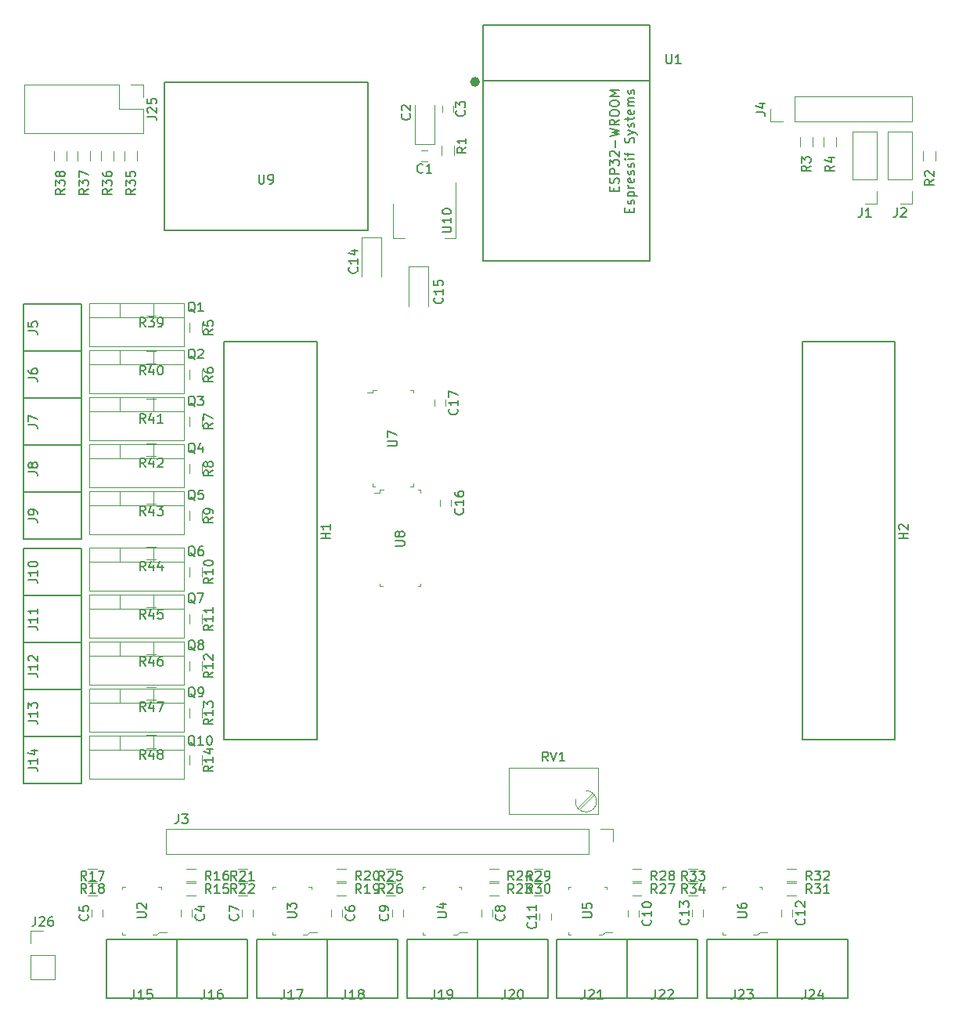
<source format=gbr>
G04 #@! TF.GenerationSoftware,KiCad,Pcbnew,6.0.0-rc1-unknown-59b0f55~66~ubuntu18.04.1*
G04 #@! TF.CreationDate,2018-12-02T19:46:27+01:00
G04 #@! TF.ProjectId,FloorHeatingCentral,466c6f6f-7248-4656-9174-696e6743656e,rev?*
G04 #@! TF.SameCoordinates,Original*
G04 #@! TF.FileFunction,Legend,Top*
G04 #@! TF.FilePolarity,Positive*
%FSLAX46Y46*%
G04 Gerber Fmt 4.6, Leading zero omitted, Abs format (unit mm)*
G04 Created by KiCad (PCBNEW 6.0.0-rc1-unknown-59b0f55~66~ubuntu18.04.1) date So 02 Dez 2018 19:46:27 CET*
%MOMM*%
%LPD*%
G01*
G04 APERTURE LIST*
%ADD10C,0.150000*%
%ADD11C,0.120000*%
%ADD12C,0.100000*%
%ADD13C,0.500000*%
G04 APERTURE END LIST*
D10*
G04 #@! TO.C,H2*
X185000000Y-121500000D02*
X195000000Y-121500000D01*
X185000000Y-78500000D02*
X185000000Y-121500000D01*
X195000000Y-78500000D02*
X185000000Y-78500000D01*
X195000000Y-78500000D02*
X195000000Y-121500000D01*
X185000000Y-78500000D02*
X185000000Y-121500000D01*
G04 #@! TO.C,H1*
X122500000Y-121500000D02*
X132500000Y-121500000D01*
X122500000Y-78500000D02*
X122500000Y-121500000D01*
X132500000Y-78500000D02*
X122500000Y-78500000D01*
X132500000Y-78500000D02*
X132500000Y-121500000D01*
X122500000Y-78500000D02*
X122500000Y-121500000D01*
D11*
G04 #@! TO.C,R48*
X114100000Y-121010000D02*
X115100000Y-121010000D01*
X115100000Y-122370000D02*
X114100000Y-122370000D01*
G04 #@! TO.C,R47*
X114100000Y-115818888D02*
X115100000Y-115818888D01*
X115100000Y-117178888D02*
X114100000Y-117178888D01*
G04 #@! TO.C,R46*
X114100000Y-110920000D02*
X115100000Y-110920000D01*
X115100000Y-112280000D02*
X114100000Y-112280000D01*
G04 #@! TO.C,R45*
X114100000Y-105836666D02*
X115100000Y-105836666D01*
X115100000Y-107196666D02*
X114100000Y-107196666D01*
G04 #@! TO.C,R44*
X114100000Y-100645555D02*
X115100000Y-100645555D01*
X115100000Y-102005555D02*
X114100000Y-102005555D01*
G04 #@! TO.C,R43*
X114100000Y-94654444D02*
X115100000Y-94654444D01*
X115100000Y-96014444D02*
X114100000Y-96014444D01*
G04 #@! TO.C,R42*
X114100000Y-89463333D02*
X115100000Y-89463333D01*
X115100000Y-90823333D02*
X114100000Y-90823333D01*
G04 #@! TO.C,R41*
X114100000Y-84672222D02*
X115100000Y-84672222D01*
X115100000Y-86032222D02*
X114100000Y-86032222D01*
G04 #@! TO.C,R40*
X114100000Y-79481111D02*
X115100000Y-79481111D01*
X115100000Y-80841111D02*
X114100000Y-80841111D01*
G04 #@! TO.C,R39*
X114100000Y-74290000D02*
X115100000Y-74290000D01*
X115100000Y-75650000D02*
X114100000Y-75650000D01*
D12*
G04 #@! TO.C,U2*
X114770000Y-142570000D02*
X115170000Y-142570000D01*
X115170000Y-142570000D02*
X115470000Y-142270000D01*
X115470000Y-142270000D02*
X116270000Y-142270000D01*
X115670000Y-137670000D02*
X115670000Y-137370000D01*
X115670000Y-137370000D02*
X115370000Y-137370000D01*
X111470000Y-142270000D02*
X111470000Y-142570000D01*
X111470000Y-142570000D02*
X111770000Y-142570000D01*
X111470000Y-137670000D02*
X111470000Y-137370000D01*
X111470000Y-137370000D02*
X111770000Y-137370000D01*
D10*
G04 #@! TO.C,J14*
X107090000Y-121150000D02*
X100790000Y-121150000D01*
X100790000Y-121150000D02*
X100790000Y-126230000D01*
X107090000Y-126230000D02*
X100790000Y-126230000D01*
X107090000Y-121150000D02*
X107090000Y-126230000D01*
G04 #@! TO.C,J13*
X107090000Y-116070000D02*
X100790000Y-116070000D01*
X100790000Y-116070000D02*
X100790000Y-121150000D01*
X107090000Y-121150000D02*
X100790000Y-121150000D01*
X107090000Y-116070000D02*
X107090000Y-121150000D01*
G04 #@! TO.C,J12*
X107090000Y-110990000D02*
X100790000Y-110990000D01*
X100790000Y-110990000D02*
X100790000Y-116070000D01*
X107090000Y-116070000D02*
X100790000Y-116070000D01*
X107090000Y-110990000D02*
X107090000Y-116070000D01*
G04 #@! TO.C,J11*
X107090000Y-105910000D02*
X100790000Y-105910000D01*
X100790000Y-105910000D02*
X100790000Y-110990000D01*
X107090000Y-110990000D02*
X100790000Y-110990000D01*
X107090000Y-105910000D02*
X107090000Y-110990000D01*
G04 #@! TO.C,J10*
X107090000Y-100830000D02*
X100790000Y-100830000D01*
X100790000Y-100830000D02*
X100790000Y-105910000D01*
X107090000Y-105910000D02*
X100790000Y-105910000D01*
X107090000Y-100830000D02*
X107090000Y-105910000D01*
G04 #@! TO.C,J9*
X107090000Y-94750000D02*
X100790000Y-94750000D01*
X100790000Y-94750000D02*
X100790000Y-99830000D01*
X107090000Y-99830000D02*
X100790000Y-99830000D01*
X107090000Y-94750000D02*
X107090000Y-99830000D01*
G04 #@! TO.C,J8*
X107090000Y-89670000D02*
X100790000Y-89670000D01*
X100790000Y-89670000D02*
X100790000Y-94750000D01*
X107090000Y-94750000D02*
X100790000Y-94750000D01*
X107090000Y-89670000D02*
X107090000Y-94750000D01*
G04 #@! TO.C,J7*
X107090000Y-84590000D02*
X100790000Y-84590000D01*
X100790000Y-84590000D02*
X100790000Y-89670000D01*
X107090000Y-89670000D02*
X100790000Y-89670000D01*
X107090000Y-84590000D02*
X107090000Y-89670000D01*
G04 #@! TO.C,J6*
X107090000Y-79510000D02*
X100790000Y-79510000D01*
X100790000Y-79510000D02*
X100790000Y-84590000D01*
X107090000Y-84590000D02*
X100790000Y-84590000D01*
X107090000Y-79510000D02*
X107090000Y-84590000D01*
G04 #@! TO.C,J5*
X107090000Y-74430000D02*
X100790000Y-74430000D01*
X100790000Y-74430000D02*
X100790000Y-79510000D01*
X107090000Y-79510000D02*
X100790000Y-79510000D01*
X107090000Y-74430000D02*
X107090000Y-79510000D01*
G04 #@! TO.C,J24*
X182340000Y-149400000D02*
X182340000Y-147320000D01*
X189960000Y-147320000D02*
X189960000Y-149400000D01*
X189960000Y-149400000D02*
X182340000Y-149400000D01*
X182340000Y-144780000D02*
X182340000Y-143100000D01*
X189960000Y-144780000D02*
X189960000Y-143100000D01*
X182340000Y-147320000D02*
X182340000Y-144780000D01*
X189960000Y-144780000D02*
X189960000Y-147320000D01*
X182340000Y-143100000D02*
X189960000Y-143100000D01*
G04 #@! TO.C,J23*
X174720000Y-149400000D02*
X174720000Y-147320000D01*
X182340000Y-147320000D02*
X182340000Y-149400000D01*
X182340000Y-149400000D02*
X174720000Y-149400000D01*
X174720000Y-144780000D02*
X174720000Y-143100000D01*
X182340000Y-144780000D02*
X182340000Y-143100000D01*
X174720000Y-147320000D02*
X174720000Y-144780000D01*
X182340000Y-144780000D02*
X182340000Y-147320000D01*
X174720000Y-143100000D02*
X182340000Y-143100000D01*
G04 #@! TO.C,J22*
X166100000Y-149400000D02*
X166100000Y-147320000D01*
X173720000Y-147320000D02*
X173720000Y-149400000D01*
X173720000Y-149400000D02*
X166100000Y-149400000D01*
X166100000Y-144780000D02*
X166100000Y-143100000D01*
X173720000Y-144780000D02*
X173720000Y-143100000D01*
X166100000Y-147320000D02*
X166100000Y-144780000D01*
X173720000Y-144780000D02*
X173720000Y-147320000D01*
X166100000Y-143100000D02*
X173720000Y-143100000D01*
G04 #@! TO.C,J21*
X158480000Y-149400000D02*
X158480000Y-147320000D01*
X166100000Y-147320000D02*
X166100000Y-149400000D01*
X166100000Y-149400000D02*
X158480000Y-149400000D01*
X158480000Y-144780000D02*
X158480000Y-143100000D01*
X166100000Y-144780000D02*
X166100000Y-143100000D01*
X158480000Y-147320000D02*
X158480000Y-144780000D01*
X166100000Y-144780000D02*
X166100000Y-147320000D01*
X158480000Y-143100000D02*
X166100000Y-143100000D01*
G04 #@! TO.C,J20*
X149860000Y-149400000D02*
X149860000Y-147320000D01*
X157480000Y-147320000D02*
X157480000Y-149400000D01*
X157480000Y-149400000D02*
X149860000Y-149400000D01*
X149860000Y-144780000D02*
X149860000Y-143100000D01*
X157480000Y-144780000D02*
X157480000Y-143100000D01*
X149860000Y-147320000D02*
X149860000Y-144780000D01*
X157480000Y-144780000D02*
X157480000Y-147320000D01*
X149860000Y-143100000D02*
X157480000Y-143100000D01*
G04 #@! TO.C,J19*
X142240000Y-149400000D02*
X142240000Y-147320000D01*
X149860000Y-147320000D02*
X149860000Y-149400000D01*
X149860000Y-149400000D02*
X142240000Y-149400000D01*
X142240000Y-144780000D02*
X142240000Y-143100000D01*
X149860000Y-144780000D02*
X149860000Y-143100000D01*
X142240000Y-147320000D02*
X142240000Y-144780000D01*
X149860000Y-144780000D02*
X149860000Y-147320000D01*
X142240000Y-143100000D02*
X149860000Y-143100000D01*
G04 #@! TO.C,J18*
X133620000Y-149400000D02*
X133620000Y-147320000D01*
X141240000Y-147320000D02*
X141240000Y-149400000D01*
X141240000Y-149400000D02*
X133620000Y-149400000D01*
X133620000Y-144780000D02*
X133620000Y-143100000D01*
X141240000Y-144780000D02*
X141240000Y-143100000D01*
X133620000Y-147320000D02*
X133620000Y-144780000D01*
X141240000Y-144780000D02*
X141240000Y-147320000D01*
X133620000Y-143100000D02*
X141240000Y-143100000D01*
G04 #@! TO.C,J17*
X126000000Y-149400000D02*
X126000000Y-147320000D01*
X133620000Y-147320000D02*
X133620000Y-149400000D01*
X133620000Y-149400000D02*
X126000000Y-149400000D01*
X126000000Y-144780000D02*
X126000000Y-143100000D01*
X133620000Y-144780000D02*
X133620000Y-143100000D01*
X126000000Y-147320000D02*
X126000000Y-144780000D01*
X133620000Y-144780000D02*
X133620000Y-147320000D01*
X126000000Y-143100000D02*
X133620000Y-143100000D01*
G04 #@! TO.C,J16*
X117380000Y-143100000D02*
X125000000Y-143100000D01*
X125000000Y-144780000D02*
X125000000Y-147320000D01*
X117380000Y-147320000D02*
X117380000Y-144780000D01*
X125000000Y-144780000D02*
X125000000Y-143100000D01*
X117380000Y-144780000D02*
X117380000Y-143100000D01*
X125000000Y-149400000D02*
X117380000Y-149400000D01*
X125000000Y-147320000D02*
X125000000Y-149400000D01*
X117380000Y-149400000D02*
X117380000Y-147320000D01*
G04 #@! TO.C,J15*
X109760000Y-143100000D02*
X117380000Y-143100000D01*
X117380000Y-144780000D02*
X117380000Y-147320000D01*
X109760000Y-147320000D02*
X109760000Y-144780000D01*
X117380000Y-144780000D02*
X117380000Y-143100000D01*
X109760000Y-144780000D02*
X109760000Y-143100000D01*
X117380000Y-149400000D02*
X109760000Y-149400000D01*
X117380000Y-147320000D02*
X117380000Y-149400000D01*
X109760000Y-149400000D02*
X109760000Y-147320000D01*
D11*
G04 #@! TO.C,RV1*
X161569691Y-126995704D02*
G75*
G02X161610000Y-129305000I40309J-1154296D01*
G01*
X161630121Y-129304052D02*
G75*
G02X160481000Y-127910000I-20121J1154052D01*
G01*
X153290000Y-124530000D02*
X162940000Y-124530000D01*
X153290000Y-129481000D02*
X162940000Y-129481000D01*
X153290000Y-124530000D02*
X153290000Y-129481000D01*
X162940000Y-124530000D02*
X162940000Y-129481000D01*
X162486000Y-127416000D02*
X160875000Y-129026000D01*
X162346000Y-127275000D02*
X160734000Y-128885000D01*
G04 #@! TO.C,J3*
X116170000Y-131170794D02*
X116170000Y-133830794D01*
X161950000Y-131170794D02*
X116170000Y-131170794D01*
X161950000Y-133830794D02*
X116170000Y-133830794D01*
X161950000Y-131170794D02*
X161950000Y-133830794D01*
X163220000Y-131170794D02*
X164550000Y-131170794D01*
X164550000Y-131170794D02*
X164550000Y-132500794D01*
G04 #@! TO.C,C17*
X146410000Y-84740000D02*
X146410000Y-85440000D01*
X145210000Y-85440000D02*
X145210000Y-84740000D01*
G04 #@! TO.C,C16*
X147045000Y-95535000D02*
X147045000Y-96235000D01*
X145845000Y-96235000D02*
X145845000Y-95535000D01*
G04 #@! TO.C,J26*
X101540000Y-147380000D02*
X104200000Y-147380000D01*
X101540000Y-144780000D02*
X101540000Y-147380000D01*
X104200000Y-144780000D02*
X104200000Y-147380000D01*
X101540000Y-144780000D02*
X104200000Y-144780000D01*
X101540000Y-143510000D02*
X101540000Y-142180000D01*
X101540000Y-142180000D02*
X102870000Y-142180000D01*
G04 #@! TO.C,J25*
X100905000Y-50740000D02*
X100905000Y-55940000D01*
X111125000Y-50740000D02*
X100905000Y-50740000D01*
X113725000Y-55940000D02*
X100905000Y-55940000D01*
X111125000Y-50740000D02*
X111125000Y-53340000D01*
X111125000Y-53340000D02*
X113725000Y-53340000D01*
X113725000Y-53340000D02*
X113725000Y-55940000D01*
X112395000Y-50740000D02*
X113725000Y-50740000D01*
X113725000Y-50740000D02*
X113725000Y-52070000D01*
G04 #@! TO.C,U10*
X140735000Y-67315000D02*
X141995000Y-67315000D01*
X147555000Y-67315000D02*
X146295000Y-67315000D01*
X140735000Y-63555000D02*
X140735000Y-67315000D01*
X147555000Y-61305000D02*
X147555000Y-67315000D01*
D10*
G04 #@! TO.C,U9*
X138000000Y-50420000D02*
X116000000Y-50420000D01*
X138000000Y-66420000D02*
X138000000Y-50420000D01*
X116000000Y-66420000D02*
X138000000Y-66420000D01*
X116000000Y-50420000D02*
X116000000Y-66420000D01*
D11*
G04 #@! TO.C,R38*
X105455000Y-57920000D02*
X105455000Y-58920000D01*
X104095000Y-58920000D02*
X104095000Y-57920000D01*
G04 #@! TO.C,R37*
X107995000Y-57920000D02*
X107995000Y-58920000D01*
X106635000Y-58920000D02*
X106635000Y-57920000D01*
G04 #@! TO.C,R36*
X110535000Y-57920000D02*
X110535000Y-58920000D01*
X109175000Y-58920000D02*
X109175000Y-57920000D01*
G04 #@! TO.C,R35*
X113075000Y-57920000D02*
X113075000Y-58920000D01*
X111715000Y-58920000D02*
X111715000Y-57920000D01*
G04 #@! TO.C,C15*
X144560000Y-70375000D02*
X144560000Y-74625000D01*
X142460000Y-70375000D02*
X142460000Y-74625000D01*
X144560000Y-70375000D02*
X142460000Y-70375000D01*
G04 #@! TO.C,C14*
X139480000Y-67200000D02*
X139480000Y-71450000D01*
X137380000Y-67200000D02*
X137380000Y-71450000D01*
X139480000Y-67200000D02*
X137380000Y-67200000D01*
G04 #@! TO.C,C1*
X144495000Y-59020000D02*
X143795000Y-59020000D01*
X143795000Y-57820000D02*
X144495000Y-57820000D01*
G04 #@! TO.C,C2*
X143095000Y-57155000D02*
X145195000Y-57155000D01*
X145195000Y-57155000D02*
X145195000Y-52905000D01*
X143095000Y-57155000D02*
X143095000Y-52905000D01*
G04 #@! TO.C,C3*
X147285000Y-52990000D02*
X147285000Y-53690000D01*
X146085000Y-53690000D02*
X146085000Y-52990000D01*
G04 #@! TO.C,J1*
X193100000Y-55820000D02*
X190440000Y-55820000D01*
X193100000Y-60960000D02*
X193100000Y-55820000D01*
X190440000Y-60960000D02*
X190440000Y-55820000D01*
X193100000Y-60960000D02*
X190440000Y-60960000D01*
X193100000Y-62230000D02*
X193100000Y-63560000D01*
X193100000Y-63560000D02*
X191770000Y-63560000D01*
G04 #@! TO.C,J2*
X196910000Y-55820000D02*
X194250000Y-55820000D01*
X196910000Y-60960000D02*
X196910000Y-55820000D01*
X194250000Y-60960000D02*
X194250000Y-55820000D01*
X196910000Y-60960000D02*
X194250000Y-60960000D01*
X196910000Y-62230000D02*
X196910000Y-63560000D01*
X196910000Y-63560000D02*
X195580000Y-63560000D01*
G04 #@! TO.C,J4*
X181550000Y-54670000D02*
X181550000Y-53340000D01*
X182880000Y-54670000D02*
X181550000Y-54670000D01*
X184150000Y-54670000D02*
X184150000Y-52010000D01*
X184150000Y-52010000D02*
X196910000Y-52010000D01*
X184150000Y-54670000D02*
X196910000Y-54670000D01*
X196910000Y-54670000D02*
X196910000Y-52010000D01*
G04 #@! TO.C,Q1*
X107910000Y-74350000D02*
X118150000Y-74350000D01*
X107910000Y-78991000D02*
X118150000Y-78991000D01*
X107910000Y-74350000D02*
X107910000Y-78991000D01*
X118150000Y-74350000D02*
X118150000Y-78991000D01*
X107910000Y-75860000D02*
X118150000Y-75860000D01*
X111180000Y-74350000D02*
X111180000Y-75860000D01*
X114881000Y-74350000D02*
X114881000Y-75860000D01*
G04 #@! TO.C,Q2*
X114881000Y-79430000D02*
X114881000Y-80940000D01*
X111180000Y-79430000D02*
X111180000Y-80940000D01*
X107910000Y-80940000D02*
X118150000Y-80940000D01*
X118150000Y-79430000D02*
X118150000Y-84071000D01*
X107910000Y-79430000D02*
X107910000Y-84071000D01*
X107910000Y-84071000D02*
X118150000Y-84071000D01*
X107910000Y-79430000D02*
X118150000Y-79430000D01*
G04 #@! TO.C,Q3*
X107910000Y-84510000D02*
X118150000Y-84510000D01*
X107910000Y-89151000D02*
X118150000Y-89151000D01*
X107910000Y-84510000D02*
X107910000Y-89151000D01*
X118150000Y-84510000D02*
X118150000Y-89151000D01*
X107910000Y-86020000D02*
X118150000Y-86020000D01*
X111180000Y-84510000D02*
X111180000Y-86020000D01*
X114881000Y-84510000D02*
X114881000Y-86020000D01*
G04 #@! TO.C,Q4*
X114881000Y-89590000D02*
X114881000Y-91100000D01*
X111180000Y-89590000D02*
X111180000Y-91100000D01*
X107910000Y-91100000D02*
X118150000Y-91100000D01*
X118150000Y-89590000D02*
X118150000Y-94231000D01*
X107910000Y-89590000D02*
X107910000Y-94231000D01*
X107910000Y-94231000D02*
X118150000Y-94231000D01*
X107910000Y-89590000D02*
X118150000Y-89590000D01*
G04 #@! TO.C,Q5*
X107910000Y-94670000D02*
X118150000Y-94670000D01*
X107910000Y-99311000D02*
X118150000Y-99311000D01*
X107910000Y-94670000D02*
X107910000Y-99311000D01*
X118150000Y-94670000D02*
X118150000Y-99311000D01*
X107910000Y-96180000D02*
X118150000Y-96180000D01*
X111180000Y-94670000D02*
X111180000Y-96180000D01*
X114881000Y-94670000D02*
X114881000Y-96180000D01*
G04 #@! TO.C,Q6*
X114881000Y-100750000D02*
X114881000Y-102260000D01*
X111180000Y-100750000D02*
X111180000Y-102260000D01*
X107910000Y-102260000D02*
X118150000Y-102260000D01*
X118150000Y-100750000D02*
X118150000Y-105391000D01*
X107910000Y-100750000D02*
X107910000Y-105391000D01*
X107910000Y-105391000D02*
X118150000Y-105391000D01*
X107910000Y-100750000D02*
X118150000Y-100750000D01*
G04 #@! TO.C,Q7*
X114881000Y-105830000D02*
X114881000Y-107340000D01*
X111180000Y-105830000D02*
X111180000Y-107340000D01*
X107910000Y-107340000D02*
X118150000Y-107340000D01*
X118150000Y-105830000D02*
X118150000Y-110471000D01*
X107910000Y-105830000D02*
X107910000Y-110471000D01*
X107910000Y-110471000D02*
X118150000Y-110471000D01*
X107910000Y-105830000D02*
X118150000Y-105830000D01*
G04 #@! TO.C,Q8*
X107910000Y-110910000D02*
X118150000Y-110910000D01*
X107910000Y-115551000D02*
X118150000Y-115551000D01*
X107910000Y-110910000D02*
X107910000Y-115551000D01*
X118150000Y-110910000D02*
X118150000Y-115551000D01*
X107910000Y-112420000D02*
X118150000Y-112420000D01*
X111180000Y-110910000D02*
X111180000Y-112420000D01*
X114881000Y-110910000D02*
X114881000Y-112420000D01*
G04 #@! TO.C,Q9*
X114881000Y-115990000D02*
X114881000Y-117500000D01*
X111180000Y-115990000D02*
X111180000Y-117500000D01*
X107910000Y-117500000D02*
X118150000Y-117500000D01*
X118150000Y-115990000D02*
X118150000Y-120631000D01*
X107910000Y-115990000D02*
X107910000Y-120631000D01*
X107910000Y-120631000D02*
X118150000Y-120631000D01*
X107910000Y-115990000D02*
X118150000Y-115990000D01*
G04 #@! TO.C,Q10*
X107910000Y-121070000D02*
X118150000Y-121070000D01*
X107910000Y-125711000D02*
X118150000Y-125711000D01*
X107910000Y-121070000D02*
X107910000Y-125711000D01*
X118150000Y-121070000D02*
X118150000Y-125711000D01*
X107910000Y-122580000D02*
X118150000Y-122580000D01*
X111180000Y-121070000D02*
X111180000Y-122580000D01*
X114881000Y-121070000D02*
X114881000Y-122580000D01*
G04 #@! TO.C,R1*
X146005000Y-58285000D02*
X146005000Y-57285000D01*
X147365000Y-57285000D02*
X147365000Y-58285000D01*
G04 #@! TO.C,R2*
X198075000Y-58920000D02*
X198075000Y-57920000D01*
X199435000Y-57920000D02*
X199435000Y-58920000D01*
G04 #@! TO.C,R3*
X186100000Y-56396000D02*
X186100000Y-57396000D01*
X184740000Y-57396000D02*
X184740000Y-56396000D01*
G04 #@! TO.C,R4*
X187280000Y-57396000D02*
X187280000Y-56396000D01*
X188640000Y-56396000D02*
X188640000Y-57396000D01*
G04 #@! TO.C,R5*
X118700000Y-77470000D02*
X118700000Y-76470000D01*
X120060000Y-76470000D02*
X120060000Y-77470000D01*
G04 #@! TO.C,R6*
X120060000Y-81550000D02*
X120060000Y-82550000D01*
X118700000Y-82550000D02*
X118700000Y-81550000D01*
G04 #@! TO.C,R7*
X118700000Y-87630000D02*
X118700000Y-86630000D01*
X120060000Y-86630000D02*
X120060000Y-87630000D01*
G04 #@! TO.C,R8*
X118700000Y-92710000D02*
X118700000Y-91710000D01*
X120060000Y-91710000D02*
X120060000Y-92710000D01*
G04 #@! TO.C,R9*
X118700000Y-97790000D02*
X118700000Y-96790000D01*
X120060000Y-96790000D02*
X120060000Y-97790000D01*
G04 #@! TO.C,R10*
X118700000Y-103870000D02*
X118700000Y-102870000D01*
X120060000Y-102870000D02*
X120060000Y-103870000D01*
G04 #@! TO.C,R11*
X118700000Y-108950000D02*
X118700000Y-107950000D01*
X120060000Y-107950000D02*
X120060000Y-108950000D01*
G04 #@! TO.C,R12*
X118700000Y-114030000D02*
X118700000Y-113030000D01*
X120060000Y-113030000D02*
X120060000Y-114030000D01*
G04 #@! TO.C,R13*
X118700000Y-119110000D02*
X118700000Y-118110000D01*
X120060000Y-118110000D02*
X120060000Y-119110000D01*
G04 #@! TO.C,R14*
X120060000Y-123190000D02*
X120060000Y-124190000D01*
X118700000Y-124190000D02*
X118700000Y-123190000D01*
G04 #@! TO.C,R15*
X118404000Y-137004000D02*
X119404000Y-137004000D01*
X119404000Y-138364000D02*
X118404000Y-138364000D01*
G04 #@! TO.C,R16*
X118404000Y-135480000D02*
X119404000Y-135480000D01*
X119404000Y-136840000D02*
X118404000Y-136840000D01*
G04 #@! TO.C,R17*
X108736000Y-138364000D02*
X107736000Y-138364000D01*
X107736000Y-137004000D02*
X108736000Y-137004000D01*
G04 #@! TO.C,R18*
X107736000Y-135480000D02*
X108736000Y-135480000D01*
X108736000Y-136840000D02*
X107736000Y-136840000D01*
G04 #@! TO.C,R19*
X134644000Y-137004000D02*
X135644000Y-137004000D01*
X135644000Y-138364000D02*
X134644000Y-138364000D01*
G04 #@! TO.C,R20*
X134644000Y-135480000D02*
X135644000Y-135480000D01*
X135644000Y-136840000D02*
X134644000Y-136840000D01*
G04 #@! TO.C,R21*
X124976000Y-138364000D02*
X123976000Y-138364000D01*
X123976000Y-137004000D02*
X124976000Y-137004000D01*
G04 #@! TO.C,R22*
X124976000Y-136840000D02*
X123976000Y-136840000D01*
X123976000Y-135480000D02*
X124976000Y-135480000D01*
G04 #@! TO.C,R23*
X151138000Y-137004000D02*
X152138000Y-137004000D01*
X152138000Y-138364000D02*
X151138000Y-138364000D01*
G04 #@! TO.C,R24*
X151138000Y-135480000D02*
X152138000Y-135480000D01*
X152138000Y-136840000D02*
X151138000Y-136840000D01*
G04 #@! TO.C,R25*
X140962000Y-138364000D02*
X139962000Y-138364000D01*
X139962000Y-137004000D02*
X140962000Y-137004000D01*
G04 #@! TO.C,R26*
X140962000Y-136840000D02*
X139962000Y-136840000D01*
X139962000Y-135480000D02*
X140962000Y-135480000D01*
G04 #@! TO.C,R27*
X166616000Y-137004000D02*
X167616000Y-137004000D01*
X167616000Y-138364000D02*
X166616000Y-138364000D01*
G04 #@! TO.C,R28*
X166616000Y-135480000D02*
X167616000Y-135480000D01*
X167616000Y-136840000D02*
X166616000Y-136840000D01*
G04 #@! TO.C,R29*
X156948000Y-138364000D02*
X155948000Y-138364000D01*
X155948000Y-137004000D02*
X156948000Y-137004000D01*
G04 #@! TO.C,R30*
X156948000Y-136840000D02*
X155948000Y-136840000D01*
X155948000Y-135480000D02*
X156948000Y-135480000D01*
G04 #@! TO.C,R31*
X184364000Y-138364000D02*
X183364000Y-138364000D01*
X183364000Y-137004000D02*
X184364000Y-137004000D01*
G04 #@! TO.C,R32*
X183364000Y-135480000D02*
X184364000Y-135480000D01*
X184364000Y-136840000D02*
X183364000Y-136840000D01*
G04 #@! TO.C,R33*
X172696000Y-137004000D02*
X173696000Y-137004000D01*
X173696000Y-138364000D02*
X172696000Y-138364000D01*
G04 #@! TO.C,R34*
X172696000Y-135480000D02*
X173696000Y-135480000D01*
X173696000Y-136840000D02*
X172696000Y-136840000D01*
D13*
G04 #@! TO.C,U1*
X149902981Y-50396000D02*
G75*
G03X149902981Y-50396000I-283981J0D01*
G01*
D10*
X168525000Y-50250000D02*
X150525000Y-50250000D01*
X150525000Y-44250000D02*
X150525000Y-69750000D01*
X168525000Y-44250000D02*
X168525000Y-69750000D01*
X168525000Y-69750000D02*
X150525000Y-69750000D01*
X168525000Y-44250000D02*
X150525000Y-44250000D01*
D12*
G04 #@! TO.C,U3*
X131010000Y-142570000D02*
X131410000Y-142570000D01*
X131410000Y-142570000D02*
X131710000Y-142270000D01*
X131710000Y-142270000D02*
X132510000Y-142270000D01*
X131910000Y-137670000D02*
X131910000Y-137370000D01*
X131910000Y-137370000D02*
X131610000Y-137370000D01*
X127710000Y-142270000D02*
X127710000Y-142570000D01*
X127710000Y-142570000D02*
X128010000Y-142570000D01*
X127710000Y-137670000D02*
X127710000Y-137370000D01*
X127710000Y-137370000D02*
X128010000Y-137370000D01*
G04 #@! TO.C,U4*
X143950000Y-137370000D02*
X144250000Y-137370000D01*
X143950000Y-137670000D02*
X143950000Y-137370000D01*
X143950000Y-142570000D02*
X144250000Y-142570000D01*
X143950000Y-142270000D02*
X143950000Y-142570000D01*
X148150000Y-137370000D02*
X147850000Y-137370000D01*
X148150000Y-137670000D02*
X148150000Y-137370000D01*
X147950000Y-142270000D02*
X148750000Y-142270000D01*
X147650000Y-142570000D02*
X147950000Y-142270000D01*
X147250000Y-142570000D02*
X147650000Y-142570000D01*
G04 #@! TO.C,U5*
X162973288Y-142570000D02*
X163373288Y-142570000D01*
X163373288Y-142570000D02*
X163673288Y-142270000D01*
X163673288Y-142270000D02*
X164473288Y-142270000D01*
X163873288Y-137670000D02*
X163873288Y-137370000D01*
X163873288Y-137370000D02*
X163573288Y-137370000D01*
X159673288Y-142270000D02*
X159673288Y-142570000D01*
X159673288Y-142570000D02*
X159973288Y-142570000D01*
X159673288Y-137670000D02*
X159673288Y-137370000D01*
X159673288Y-137370000D02*
X159973288Y-137370000D01*
G04 #@! TO.C,U6*
X179730000Y-142570000D02*
X180130000Y-142570000D01*
X180130000Y-142570000D02*
X180430000Y-142270000D01*
X180430000Y-142270000D02*
X181230000Y-142270000D01*
X180630000Y-137670000D02*
X180630000Y-137370000D01*
X180630000Y-137370000D02*
X180330000Y-137370000D01*
X176430000Y-142270000D02*
X176430000Y-142570000D01*
X176430000Y-142570000D02*
X176730000Y-142570000D01*
X176430000Y-137670000D02*
X176430000Y-137370000D01*
X176430000Y-137370000D02*
X176730000Y-137370000D01*
G04 #@! TO.C,U7*
X142930000Y-94100000D02*
X142630000Y-94100000D01*
X142930000Y-94100000D02*
X142930000Y-93800000D01*
X142930000Y-83700000D02*
X142630000Y-83700000D01*
X138530000Y-93800000D02*
X138530000Y-94100000D01*
X138530000Y-94100000D02*
X138830000Y-94100000D01*
X138930000Y-83700000D02*
X138530000Y-83700000D01*
X138530000Y-83700000D02*
X138530000Y-84000000D01*
X138530000Y-84000000D02*
X137930000Y-84000000D01*
X142930000Y-84000000D02*
X142930000Y-83700000D01*
G04 #@! TO.C,U8*
X143725000Y-94795000D02*
X143725000Y-94495000D01*
X139325000Y-94795000D02*
X138725000Y-94795000D01*
X139325000Y-94495000D02*
X139325000Y-94795000D01*
X139725000Y-94495000D02*
X139325000Y-94495000D01*
X139325000Y-104895000D02*
X139625000Y-104895000D01*
X139325000Y-104595000D02*
X139325000Y-104895000D01*
X143725000Y-94495000D02*
X143425000Y-94495000D01*
X143725000Y-104895000D02*
X143725000Y-104595000D01*
X143725000Y-104895000D02*
X143425000Y-104895000D01*
D11*
G04 #@! TO.C,C4*
X118996000Y-139874000D02*
X118996000Y-140574000D01*
X117796000Y-140574000D02*
X117796000Y-139874000D01*
G04 #@! TO.C,C5*
X109344000Y-139874000D02*
X109344000Y-140574000D01*
X108144000Y-140574000D02*
X108144000Y-139874000D01*
G04 #@! TO.C,C6*
X134036000Y-140574000D02*
X134036000Y-139874000D01*
X135236000Y-139874000D02*
X135236000Y-140574000D01*
G04 #@! TO.C,C7*
X124384000Y-140574000D02*
X124384000Y-139874000D01*
X125584000Y-139874000D02*
X125584000Y-140574000D01*
G04 #@! TO.C,C8*
X150276000Y-140574000D02*
X150276000Y-139874000D01*
X151476000Y-139874000D02*
X151476000Y-140574000D01*
G04 #@! TO.C,C9*
X140624000Y-140574000D02*
X140624000Y-139874000D01*
X141824000Y-139874000D02*
X141824000Y-140574000D01*
G04 #@! TO.C,C10*
X166135000Y-140650000D02*
X166135000Y-139950000D01*
X167335000Y-139950000D02*
X167335000Y-140650000D01*
G04 #@! TO.C,C11*
X156610000Y-140955000D02*
X156610000Y-140255000D01*
X157810000Y-140255000D02*
X157810000Y-140955000D01*
G04 #@! TO.C,C12*
X182756000Y-140574000D02*
X182756000Y-139874000D01*
X183956000Y-139874000D02*
X183956000Y-140574000D01*
G04 #@! TO.C,C13*
X173104000Y-140574000D02*
X173104000Y-139874000D01*
X174304000Y-139874000D02*
X174304000Y-140574000D01*
G04 #@! TO.C,H2*
D10*
X196452380Y-99761904D02*
X195452380Y-99761904D01*
X195928571Y-99761904D02*
X195928571Y-99190476D01*
X196452380Y-99190476D02*
X195452380Y-99190476D01*
X195547619Y-98761904D02*
X195500000Y-98714285D01*
X195452380Y-98619047D01*
X195452380Y-98380952D01*
X195500000Y-98285714D01*
X195547619Y-98238095D01*
X195642857Y-98190476D01*
X195738095Y-98190476D01*
X195880952Y-98238095D01*
X196452380Y-98809523D01*
X196452380Y-98190476D01*
G04 #@! TO.C,H1*
X133952380Y-99761904D02*
X132952380Y-99761904D01*
X133428571Y-99761904D02*
X133428571Y-99190476D01*
X133952380Y-99190476D02*
X132952380Y-99190476D01*
X133952380Y-98190476D02*
X133952380Y-98761904D01*
X133952380Y-98476190D02*
X132952380Y-98476190D01*
X133095238Y-98571428D01*
X133190476Y-98666666D01*
X133238095Y-98761904D01*
G04 #@! TO.C,R48*
X113957142Y-123592380D02*
X113623809Y-123116190D01*
X113385714Y-123592380D02*
X113385714Y-122592380D01*
X113766666Y-122592380D01*
X113861904Y-122640000D01*
X113909523Y-122687619D01*
X113957142Y-122782857D01*
X113957142Y-122925714D01*
X113909523Y-123020952D01*
X113861904Y-123068571D01*
X113766666Y-123116190D01*
X113385714Y-123116190D01*
X114814285Y-122925714D02*
X114814285Y-123592380D01*
X114576190Y-122544761D02*
X114338095Y-123259047D01*
X114957142Y-123259047D01*
X115480952Y-123020952D02*
X115385714Y-122973333D01*
X115338095Y-122925714D01*
X115290476Y-122830476D01*
X115290476Y-122782857D01*
X115338095Y-122687619D01*
X115385714Y-122640000D01*
X115480952Y-122592380D01*
X115671428Y-122592380D01*
X115766666Y-122640000D01*
X115814285Y-122687619D01*
X115861904Y-122782857D01*
X115861904Y-122830476D01*
X115814285Y-122925714D01*
X115766666Y-122973333D01*
X115671428Y-123020952D01*
X115480952Y-123020952D01*
X115385714Y-123068571D01*
X115338095Y-123116190D01*
X115290476Y-123211428D01*
X115290476Y-123401904D01*
X115338095Y-123497142D01*
X115385714Y-123544761D01*
X115480952Y-123592380D01*
X115671428Y-123592380D01*
X115766666Y-123544761D01*
X115814285Y-123497142D01*
X115861904Y-123401904D01*
X115861904Y-123211428D01*
X115814285Y-123116190D01*
X115766666Y-123068571D01*
X115671428Y-123020952D01*
G04 #@! TO.C,R47*
X113957142Y-118401268D02*
X113623809Y-117925078D01*
X113385714Y-118401268D02*
X113385714Y-117401268D01*
X113766666Y-117401268D01*
X113861904Y-117448888D01*
X113909523Y-117496507D01*
X113957142Y-117591745D01*
X113957142Y-117734602D01*
X113909523Y-117829840D01*
X113861904Y-117877459D01*
X113766666Y-117925078D01*
X113385714Y-117925078D01*
X114814285Y-117734602D02*
X114814285Y-118401268D01*
X114576190Y-117353649D02*
X114338095Y-118067935D01*
X114957142Y-118067935D01*
X115242857Y-117401268D02*
X115909523Y-117401268D01*
X115480952Y-118401268D01*
G04 #@! TO.C,R46*
X113957142Y-113502380D02*
X113623809Y-113026190D01*
X113385714Y-113502380D02*
X113385714Y-112502380D01*
X113766666Y-112502380D01*
X113861904Y-112550000D01*
X113909523Y-112597619D01*
X113957142Y-112692857D01*
X113957142Y-112835714D01*
X113909523Y-112930952D01*
X113861904Y-112978571D01*
X113766666Y-113026190D01*
X113385714Y-113026190D01*
X114814285Y-112835714D02*
X114814285Y-113502380D01*
X114576190Y-112454761D02*
X114338095Y-113169047D01*
X114957142Y-113169047D01*
X115766666Y-112502380D02*
X115576190Y-112502380D01*
X115480952Y-112550000D01*
X115433333Y-112597619D01*
X115338095Y-112740476D01*
X115290476Y-112930952D01*
X115290476Y-113311904D01*
X115338095Y-113407142D01*
X115385714Y-113454761D01*
X115480952Y-113502380D01*
X115671428Y-113502380D01*
X115766666Y-113454761D01*
X115814285Y-113407142D01*
X115861904Y-113311904D01*
X115861904Y-113073809D01*
X115814285Y-112978571D01*
X115766666Y-112930952D01*
X115671428Y-112883333D01*
X115480952Y-112883333D01*
X115385714Y-112930952D01*
X115338095Y-112978571D01*
X115290476Y-113073809D01*
G04 #@! TO.C,R45*
X113957142Y-108419046D02*
X113623809Y-107942856D01*
X113385714Y-108419046D02*
X113385714Y-107419046D01*
X113766666Y-107419046D01*
X113861904Y-107466666D01*
X113909523Y-107514285D01*
X113957142Y-107609523D01*
X113957142Y-107752380D01*
X113909523Y-107847618D01*
X113861904Y-107895237D01*
X113766666Y-107942856D01*
X113385714Y-107942856D01*
X114814285Y-107752380D02*
X114814285Y-108419046D01*
X114576190Y-107371427D02*
X114338095Y-108085713D01*
X114957142Y-108085713D01*
X115814285Y-107419046D02*
X115338095Y-107419046D01*
X115290476Y-107895237D01*
X115338095Y-107847618D01*
X115433333Y-107799999D01*
X115671428Y-107799999D01*
X115766666Y-107847618D01*
X115814285Y-107895237D01*
X115861904Y-107990475D01*
X115861904Y-108228570D01*
X115814285Y-108323808D01*
X115766666Y-108371427D01*
X115671428Y-108419046D01*
X115433333Y-108419046D01*
X115338095Y-108371427D01*
X115290476Y-108323808D01*
G04 #@! TO.C,R44*
X113957142Y-103227935D02*
X113623809Y-102751745D01*
X113385714Y-103227935D02*
X113385714Y-102227935D01*
X113766666Y-102227935D01*
X113861904Y-102275555D01*
X113909523Y-102323174D01*
X113957142Y-102418412D01*
X113957142Y-102561269D01*
X113909523Y-102656507D01*
X113861904Y-102704126D01*
X113766666Y-102751745D01*
X113385714Y-102751745D01*
X114814285Y-102561269D02*
X114814285Y-103227935D01*
X114576190Y-102180316D02*
X114338095Y-102894602D01*
X114957142Y-102894602D01*
X115766666Y-102561269D02*
X115766666Y-103227935D01*
X115528571Y-102180316D02*
X115290476Y-102894602D01*
X115909523Y-102894602D01*
G04 #@! TO.C,R43*
X113957142Y-97236824D02*
X113623809Y-96760634D01*
X113385714Y-97236824D02*
X113385714Y-96236824D01*
X113766666Y-96236824D01*
X113861904Y-96284444D01*
X113909523Y-96332063D01*
X113957142Y-96427301D01*
X113957142Y-96570158D01*
X113909523Y-96665396D01*
X113861904Y-96713015D01*
X113766666Y-96760634D01*
X113385714Y-96760634D01*
X114814285Y-96570158D02*
X114814285Y-97236824D01*
X114576190Y-96189205D02*
X114338095Y-96903491D01*
X114957142Y-96903491D01*
X115242857Y-96236824D02*
X115861904Y-96236824D01*
X115528571Y-96617777D01*
X115671428Y-96617777D01*
X115766666Y-96665396D01*
X115814285Y-96713015D01*
X115861904Y-96808253D01*
X115861904Y-97046348D01*
X115814285Y-97141586D01*
X115766666Y-97189205D01*
X115671428Y-97236824D01*
X115385714Y-97236824D01*
X115290476Y-97189205D01*
X115242857Y-97141586D01*
G04 #@! TO.C,R42*
X113957142Y-92045713D02*
X113623809Y-91569523D01*
X113385714Y-92045713D02*
X113385714Y-91045713D01*
X113766666Y-91045713D01*
X113861904Y-91093333D01*
X113909523Y-91140952D01*
X113957142Y-91236190D01*
X113957142Y-91379047D01*
X113909523Y-91474285D01*
X113861904Y-91521904D01*
X113766666Y-91569523D01*
X113385714Y-91569523D01*
X114814285Y-91379047D02*
X114814285Y-92045713D01*
X114576190Y-90998094D02*
X114338095Y-91712380D01*
X114957142Y-91712380D01*
X115290476Y-91140952D02*
X115338095Y-91093333D01*
X115433333Y-91045713D01*
X115671428Y-91045713D01*
X115766666Y-91093333D01*
X115814285Y-91140952D01*
X115861904Y-91236190D01*
X115861904Y-91331428D01*
X115814285Y-91474285D01*
X115242857Y-92045713D01*
X115861904Y-92045713D01*
G04 #@! TO.C,R41*
X113957142Y-87254602D02*
X113623809Y-86778412D01*
X113385714Y-87254602D02*
X113385714Y-86254602D01*
X113766666Y-86254602D01*
X113861904Y-86302222D01*
X113909523Y-86349841D01*
X113957142Y-86445079D01*
X113957142Y-86587936D01*
X113909523Y-86683174D01*
X113861904Y-86730793D01*
X113766666Y-86778412D01*
X113385714Y-86778412D01*
X114814285Y-86587936D02*
X114814285Y-87254602D01*
X114576190Y-86206983D02*
X114338095Y-86921269D01*
X114957142Y-86921269D01*
X115861904Y-87254602D02*
X115290476Y-87254602D01*
X115576190Y-87254602D02*
X115576190Y-86254602D01*
X115480952Y-86397460D01*
X115385714Y-86492698D01*
X115290476Y-86540317D01*
G04 #@! TO.C,R40*
X113957142Y-82063491D02*
X113623809Y-81587301D01*
X113385714Y-82063491D02*
X113385714Y-81063491D01*
X113766666Y-81063491D01*
X113861904Y-81111111D01*
X113909523Y-81158730D01*
X113957142Y-81253968D01*
X113957142Y-81396825D01*
X113909523Y-81492063D01*
X113861904Y-81539682D01*
X113766666Y-81587301D01*
X113385714Y-81587301D01*
X114814285Y-81396825D02*
X114814285Y-82063491D01*
X114576190Y-81015872D02*
X114338095Y-81730158D01*
X114957142Y-81730158D01*
X115528571Y-81063491D02*
X115623809Y-81063491D01*
X115719047Y-81111111D01*
X115766666Y-81158730D01*
X115814285Y-81253968D01*
X115861904Y-81444444D01*
X115861904Y-81682539D01*
X115814285Y-81873015D01*
X115766666Y-81968253D01*
X115719047Y-82015872D01*
X115623809Y-82063491D01*
X115528571Y-82063491D01*
X115433333Y-82015872D01*
X115385714Y-81968253D01*
X115338095Y-81873015D01*
X115290476Y-81682539D01*
X115290476Y-81444444D01*
X115338095Y-81253968D01*
X115385714Y-81158730D01*
X115433333Y-81111111D01*
X115528571Y-81063491D01*
G04 #@! TO.C,R39*
X113957142Y-76872380D02*
X113623809Y-76396190D01*
X113385714Y-76872380D02*
X113385714Y-75872380D01*
X113766666Y-75872380D01*
X113861904Y-75920000D01*
X113909523Y-75967619D01*
X113957142Y-76062857D01*
X113957142Y-76205714D01*
X113909523Y-76300952D01*
X113861904Y-76348571D01*
X113766666Y-76396190D01*
X113385714Y-76396190D01*
X114290476Y-75872380D02*
X114909523Y-75872380D01*
X114576190Y-76253333D01*
X114719047Y-76253333D01*
X114814285Y-76300952D01*
X114861904Y-76348571D01*
X114909523Y-76443809D01*
X114909523Y-76681904D01*
X114861904Y-76777142D01*
X114814285Y-76824761D01*
X114719047Y-76872380D01*
X114433333Y-76872380D01*
X114338095Y-76824761D01*
X114290476Y-76777142D01*
X115385714Y-76872380D02*
X115576190Y-76872380D01*
X115671428Y-76824761D01*
X115719047Y-76777142D01*
X115814285Y-76634285D01*
X115861904Y-76443809D01*
X115861904Y-76062857D01*
X115814285Y-75967619D01*
X115766666Y-75920000D01*
X115671428Y-75872380D01*
X115480952Y-75872380D01*
X115385714Y-75920000D01*
X115338095Y-75967619D01*
X115290476Y-76062857D01*
X115290476Y-76300952D01*
X115338095Y-76396190D01*
X115385714Y-76443809D01*
X115480952Y-76491428D01*
X115671428Y-76491428D01*
X115766666Y-76443809D01*
X115814285Y-76396190D01*
X115861904Y-76300952D01*
G04 #@! TO.C,U2*
X113052920Y-140714124D02*
X113862444Y-140714124D01*
X113957682Y-140666505D01*
X114005301Y-140618886D01*
X114052920Y-140523648D01*
X114052920Y-140333172D01*
X114005301Y-140237934D01*
X113957682Y-140190315D01*
X113862444Y-140142696D01*
X113052920Y-140142696D01*
X113148159Y-139714124D02*
X113100540Y-139666505D01*
X113052920Y-139571267D01*
X113052920Y-139333172D01*
X113100540Y-139237934D01*
X113148159Y-139190315D01*
X113243397Y-139142696D01*
X113338635Y-139142696D01*
X113481492Y-139190315D01*
X114052920Y-139761743D01*
X114052920Y-139142696D01*
G04 #@! TO.C,J14*
X101292380Y-124499523D02*
X102006666Y-124499523D01*
X102149523Y-124547142D01*
X102244761Y-124642380D01*
X102292380Y-124785238D01*
X102292380Y-124880476D01*
X102292380Y-123499523D02*
X102292380Y-124070952D01*
X102292380Y-123785238D02*
X101292380Y-123785238D01*
X101435238Y-123880476D01*
X101530476Y-123975714D01*
X101578095Y-124070952D01*
X101625714Y-122642380D02*
X102292380Y-122642380D01*
X101244761Y-122880476D02*
X101959047Y-123118571D01*
X101959047Y-122499523D01*
G04 #@! TO.C,J13*
X101292380Y-119419523D02*
X102006666Y-119419523D01*
X102149523Y-119467142D01*
X102244761Y-119562380D01*
X102292380Y-119705238D01*
X102292380Y-119800476D01*
X102292380Y-118419523D02*
X102292380Y-118990952D01*
X102292380Y-118705238D02*
X101292380Y-118705238D01*
X101435238Y-118800476D01*
X101530476Y-118895714D01*
X101578095Y-118990952D01*
X101292380Y-118086190D02*
X101292380Y-117467142D01*
X101673333Y-117800476D01*
X101673333Y-117657619D01*
X101720952Y-117562380D01*
X101768571Y-117514761D01*
X101863809Y-117467142D01*
X102101904Y-117467142D01*
X102197142Y-117514761D01*
X102244761Y-117562380D01*
X102292380Y-117657619D01*
X102292380Y-117943333D01*
X102244761Y-118038571D01*
X102197142Y-118086190D01*
G04 #@! TO.C,J12*
X101292380Y-114339523D02*
X102006666Y-114339523D01*
X102149523Y-114387142D01*
X102244761Y-114482380D01*
X102292380Y-114625238D01*
X102292380Y-114720476D01*
X102292380Y-113339523D02*
X102292380Y-113910952D01*
X102292380Y-113625238D02*
X101292380Y-113625238D01*
X101435238Y-113720476D01*
X101530476Y-113815714D01*
X101578095Y-113910952D01*
X101387619Y-112958571D02*
X101340000Y-112910952D01*
X101292380Y-112815714D01*
X101292380Y-112577619D01*
X101340000Y-112482380D01*
X101387619Y-112434761D01*
X101482857Y-112387142D01*
X101578095Y-112387142D01*
X101720952Y-112434761D01*
X102292380Y-113006190D01*
X102292380Y-112387142D01*
G04 #@! TO.C,J11*
X101292380Y-109259523D02*
X102006666Y-109259523D01*
X102149523Y-109307142D01*
X102244761Y-109402380D01*
X102292380Y-109545238D01*
X102292380Y-109640476D01*
X102292380Y-108259523D02*
X102292380Y-108830952D01*
X102292380Y-108545238D02*
X101292380Y-108545238D01*
X101435238Y-108640476D01*
X101530476Y-108735714D01*
X101578095Y-108830952D01*
X102292380Y-107307142D02*
X102292380Y-107878571D01*
X102292380Y-107592857D02*
X101292380Y-107592857D01*
X101435238Y-107688095D01*
X101530476Y-107783333D01*
X101578095Y-107878571D01*
G04 #@! TO.C,J10*
X101292380Y-104179523D02*
X102006666Y-104179523D01*
X102149523Y-104227142D01*
X102244761Y-104322380D01*
X102292380Y-104465238D01*
X102292380Y-104560476D01*
X102292380Y-103179523D02*
X102292380Y-103750952D01*
X102292380Y-103465238D02*
X101292380Y-103465238D01*
X101435238Y-103560476D01*
X101530476Y-103655714D01*
X101578095Y-103750952D01*
X101292380Y-102560476D02*
X101292380Y-102465238D01*
X101340000Y-102370000D01*
X101387619Y-102322380D01*
X101482857Y-102274761D01*
X101673333Y-102227142D01*
X101911428Y-102227142D01*
X102101904Y-102274761D01*
X102197142Y-102322380D01*
X102244761Y-102370000D01*
X102292380Y-102465238D01*
X102292380Y-102560476D01*
X102244761Y-102655714D01*
X102197142Y-102703333D01*
X102101904Y-102750952D01*
X101911428Y-102798571D01*
X101673333Y-102798571D01*
X101482857Y-102750952D01*
X101387619Y-102703333D01*
X101340000Y-102655714D01*
X101292380Y-102560476D01*
G04 #@! TO.C,J9*
X101292380Y-97623333D02*
X102006666Y-97623333D01*
X102149523Y-97670952D01*
X102244761Y-97766190D01*
X102292380Y-97909047D01*
X102292380Y-98004285D01*
X102292380Y-97099523D02*
X102292380Y-96909047D01*
X102244761Y-96813809D01*
X102197142Y-96766190D01*
X102054285Y-96670952D01*
X101863809Y-96623333D01*
X101482857Y-96623333D01*
X101387619Y-96670952D01*
X101340000Y-96718571D01*
X101292380Y-96813809D01*
X101292380Y-97004285D01*
X101340000Y-97099523D01*
X101387619Y-97147142D01*
X101482857Y-97194761D01*
X101720952Y-97194761D01*
X101816190Y-97147142D01*
X101863809Y-97099523D01*
X101911428Y-97004285D01*
X101911428Y-96813809D01*
X101863809Y-96718571D01*
X101816190Y-96670952D01*
X101720952Y-96623333D01*
G04 #@! TO.C,J8*
X101292380Y-92543333D02*
X102006666Y-92543333D01*
X102149523Y-92590952D01*
X102244761Y-92686190D01*
X102292380Y-92829047D01*
X102292380Y-92924285D01*
X101720952Y-91924285D02*
X101673333Y-92019523D01*
X101625714Y-92067142D01*
X101530476Y-92114761D01*
X101482857Y-92114761D01*
X101387619Y-92067142D01*
X101340000Y-92019523D01*
X101292380Y-91924285D01*
X101292380Y-91733809D01*
X101340000Y-91638571D01*
X101387619Y-91590952D01*
X101482857Y-91543333D01*
X101530476Y-91543333D01*
X101625714Y-91590952D01*
X101673333Y-91638571D01*
X101720952Y-91733809D01*
X101720952Y-91924285D01*
X101768571Y-92019523D01*
X101816190Y-92067142D01*
X101911428Y-92114761D01*
X102101904Y-92114761D01*
X102197142Y-92067142D01*
X102244761Y-92019523D01*
X102292380Y-91924285D01*
X102292380Y-91733809D01*
X102244761Y-91638571D01*
X102197142Y-91590952D01*
X102101904Y-91543333D01*
X101911428Y-91543333D01*
X101816190Y-91590952D01*
X101768571Y-91638571D01*
X101720952Y-91733809D01*
G04 #@! TO.C,J7*
X101292380Y-87463333D02*
X102006666Y-87463333D01*
X102149523Y-87510952D01*
X102244761Y-87606190D01*
X102292380Y-87749047D01*
X102292380Y-87844285D01*
X101292380Y-87082380D02*
X101292380Y-86415714D01*
X102292380Y-86844285D01*
G04 #@! TO.C,J6*
X101292380Y-82383333D02*
X102006666Y-82383333D01*
X102149523Y-82430952D01*
X102244761Y-82526190D01*
X102292380Y-82669047D01*
X102292380Y-82764285D01*
X101292380Y-81478571D02*
X101292380Y-81669047D01*
X101340000Y-81764285D01*
X101387619Y-81811904D01*
X101530476Y-81907142D01*
X101720952Y-81954761D01*
X102101904Y-81954761D01*
X102197142Y-81907142D01*
X102244761Y-81859523D01*
X102292380Y-81764285D01*
X102292380Y-81573809D01*
X102244761Y-81478571D01*
X102197142Y-81430952D01*
X102101904Y-81383333D01*
X101863809Y-81383333D01*
X101768571Y-81430952D01*
X101720952Y-81478571D01*
X101673333Y-81573809D01*
X101673333Y-81764285D01*
X101720952Y-81859523D01*
X101768571Y-81907142D01*
X101863809Y-81954761D01*
G04 #@! TO.C,J5*
X101292380Y-77303333D02*
X102006666Y-77303333D01*
X102149523Y-77350952D01*
X102244761Y-77446190D01*
X102292380Y-77589047D01*
X102292380Y-77684285D01*
X101292380Y-76350952D02*
X101292380Y-76827142D01*
X101768571Y-76874761D01*
X101720952Y-76827142D01*
X101673333Y-76731904D01*
X101673333Y-76493809D01*
X101720952Y-76398571D01*
X101768571Y-76350952D01*
X101863809Y-76303333D01*
X102101904Y-76303333D01*
X102197142Y-76350952D01*
X102244761Y-76398571D01*
X102292380Y-76493809D01*
X102292380Y-76731904D01*
X102244761Y-76827142D01*
X102197142Y-76874761D01*
G04 #@! TO.C,J24*
X185340476Y-148502380D02*
X185340476Y-149216666D01*
X185292857Y-149359523D01*
X185197619Y-149454761D01*
X185054761Y-149502380D01*
X184959523Y-149502380D01*
X185769047Y-148597619D02*
X185816666Y-148550000D01*
X185911904Y-148502380D01*
X186150000Y-148502380D01*
X186245238Y-148550000D01*
X186292857Y-148597619D01*
X186340476Y-148692857D01*
X186340476Y-148788095D01*
X186292857Y-148930952D01*
X185721428Y-149502380D01*
X186340476Y-149502380D01*
X187197619Y-148835714D02*
X187197619Y-149502380D01*
X186959523Y-148454761D02*
X186721428Y-149169047D01*
X187340476Y-149169047D01*
G04 #@! TO.C,J23*
X177720476Y-148502380D02*
X177720476Y-149216666D01*
X177672857Y-149359523D01*
X177577619Y-149454761D01*
X177434761Y-149502380D01*
X177339523Y-149502380D01*
X178149047Y-148597619D02*
X178196666Y-148550000D01*
X178291904Y-148502380D01*
X178530000Y-148502380D01*
X178625238Y-148550000D01*
X178672857Y-148597619D01*
X178720476Y-148692857D01*
X178720476Y-148788095D01*
X178672857Y-148930952D01*
X178101428Y-149502380D01*
X178720476Y-149502380D01*
X179053809Y-148502380D02*
X179672857Y-148502380D01*
X179339523Y-148883333D01*
X179482380Y-148883333D01*
X179577619Y-148930952D01*
X179625238Y-148978571D01*
X179672857Y-149073809D01*
X179672857Y-149311904D01*
X179625238Y-149407142D01*
X179577619Y-149454761D01*
X179482380Y-149502380D01*
X179196666Y-149502380D01*
X179101428Y-149454761D01*
X179053809Y-149407142D01*
G04 #@! TO.C,J22*
X169100476Y-148502380D02*
X169100476Y-149216666D01*
X169052857Y-149359523D01*
X168957619Y-149454761D01*
X168814761Y-149502380D01*
X168719523Y-149502380D01*
X169529047Y-148597619D02*
X169576666Y-148550000D01*
X169671904Y-148502380D01*
X169910000Y-148502380D01*
X170005238Y-148550000D01*
X170052857Y-148597619D01*
X170100476Y-148692857D01*
X170100476Y-148788095D01*
X170052857Y-148930952D01*
X169481428Y-149502380D01*
X170100476Y-149502380D01*
X170481428Y-148597619D02*
X170529047Y-148550000D01*
X170624285Y-148502380D01*
X170862380Y-148502380D01*
X170957619Y-148550000D01*
X171005238Y-148597619D01*
X171052857Y-148692857D01*
X171052857Y-148788095D01*
X171005238Y-148930952D01*
X170433809Y-149502380D01*
X171052857Y-149502380D01*
G04 #@! TO.C,J21*
X161480476Y-148502380D02*
X161480476Y-149216666D01*
X161432857Y-149359523D01*
X161337619Y-149454761D01*
X161194761Y-149502380D01*
X161099523Y-149502380D01*
X161909047Y-148597619D02*
X161956666Y-148550000D01*
X162051904Y-148502380D01*
X162290000Y-148502380D01*
X162385238Y-148550000D01*
X162432857Y-148597619D01*
X162480476Y-148692857D01*
X162480476Y-148788095D01*
X162432857Y-148930952D01*
X161861428Y-149502380D01*
X162480476Y-149502380D01*
X163432857Y-149502380D02*
X162861428Y-149502380D01*
X163147142Y-149502380D02*
X163147142Y-148502380D01*
X163051904Y-148645238D01*
X162956666Y-148740476D01*
X162861428Y-148788095D01*
G04 #@! TO.C,J20*
X152860476Y-148502380D02*
X152860476Y-149216666D01*
X152812857Y-149359523D01*
X152717619Y-149454761D01*
X152574761Y-149502380D01*
X152479523Y-149502380D01*
X153289047Y-148597619D02*
X153336666Y-148550000D01*
X153431904Y-148502380D01*
X153670000Y-148502380D01*
X153765238Y-148550000D01*
X153812857Y-148597619D01*
X153860476Y-148692857D01*
X153860476Y-148788095D01*
X153812857Y-148930952D01*
X153241428Y-149502380D01*
X153860476Y-149502380D01*
X154479523Y-148502380D02*
X154574761Y-148502380D01*
X154670000Y-148550000D01*
X154717619Y-148597619D01*
X154765238Y-148692857D01*
X154812857Y-148883333D01*
X154812857Y-149121428D01*
X154765238Y-149311904D01*
X154717619Y-149407142D01*
X154670000Y-149454761D01*
X154574761Y-149502380D01*
X154479523Y-149502380D01*
X154384285Y-149454761D01*
X154336666Y-149407142D01*
X154289047Y-149311904D01*
X154241428Y-149121428D01*
X154241428Y-148883333D01*
X154289047Y-148692857D01*
X154336666Y-148597619D01*
X154384285Y-148550000D01*
X154479523Y-148502380D01*
G04 #@! TO.C,J19*
X145240476Y-148502380D02*
X145240476Y-149216666D01*
X145192857Y-149359523D01*
X145097619Y-149454761D01*
X144954761Y-149502380D01*
X144859523Y-149502380D01*
X146240476Y-149502380D02*
X145669047Y-149502380D01*
X145954761Y-149502380D02*
X145954761Y-148502380D01*
X145859523Y-148645238D01*
X145764285Y-148740476D01*
X145669047Y-148788095D01*
X146716666Y-149502380D02*
X146907142Y-149502380D01*
X147002380Y-149454761D01*
X147050000Y-149407142D01*
X147145238Y-149264285D01*
X147192857Y-149073809D01*
X147192857Y-148692857D01*
X147145238Y-148597619D01*
X147097619Y-148550000D01*
X147002380Y-148502380D01*
X146811904Y-148502380D01*
X146716666Y-148550000D01*
X146669047Y-148597619D01*
X146621428Y-148692857D01*
X146621428Y-148930952D01*
X146669047Y-149026190D01*
X146716666Y-149073809D01*
X146811904Y-149121428D01*
X147002380Y-149121428D01*
X147097619Y-149073809D01*
X147145238Y-149026190D01*
X147192857Y-148930952D01*
G04 #@! TO.C,J18*
X135620476Y-148502380D02*
X135620476Y-149216666D01*
X135572857Y-149359523D01*
X135477619Y-149454761D01*
X135334761Y-149502380D01*
X135239523Y-149502380D01*
X136620476Y-149502380D02*
X136049047Y-149502380D01*
X136334761Y-149502380D02*
X136334761Y-148502380D01*
X136239523Y-148645238D01*
X136144285Y-148740476D01*
X136049047Y-148788095D01*
X137191904Y-148930952D02*
X137096666Y-148883333D01*
X137049047Y-148835714D01*
X137001428Y-148740476D01*
X137001428Y-148692857D01*
X137049047Y-148597619D01*
X137096666Y-148550000D01*
X137191904Y-148502380D01*
X137382380Y-148502380D01*
X137477619Y-148550000D01*
X137525238Y-148597619D01*
X137572857Y-148692857D01*
X137572857Y-148740476D01*
X137525238Y-148835714D01*
X137477619Y-148883333D01*
X137382380Y-148930952D01*
X137191904Y-148930952D01*
X137096666Y-148978571D01*
X137049047Y-149026190D01*
X137001428Y-149121428D01*
X137001428Y-149311904D01*
X137049047Y-149407142D01*
X137096666Y-149454761D01*
X137191904Y-149502380D01*
X137382380Y-149502380D01*
X137477619Y-149454761D01*
X137525238Y-149407142D01*
X137572857Y-149311904D01*
X137572857Y-149121428D01*
X137525238Y-149026190D01*
X137477619Y-148978571D01*
X137382380Y-148930952D01*
G04 #@! TO.C,J17*
X129000476Y-148502380D02*
X129000476Y-149216666D01*
X128952857Y-149359523D01*
X128857619Y-149454761D01*
X128714761Y-149502380D01*
X128619523Y-149502380D01*
X130000476Y-149502380D02*
X129429047Y-149502380D01*
X129714761Y-149502380D02*
X129714761Y-148502380D01*
X129619523Y-148645238D01*
X129524285Y-148740476D01*
X129429047Y-148788095D01*
X130333809Y-148502380D02*
X131000476Y-148502380D01*
X130571904Y-149502380D01*
G04 #@! TO.C,J16*
X120380476Y-148502380D02*
X120380476Y-149216666D01*
X120332857Y-149359523D01*
X120237619Y-149454761D01*
X120094761Y-149502380D01*
X119999523Y-149502380D01*
X121380476Y-149502380D02*
X120809047Y-149502380D01*
X121094761Y-149502380D02*
X121094761Y-148502380D01*
X120999523Y-148645238D01*
X120904285Y-148740476D01*
X120809047Y-148788095D01*
X122237619Y-148502380D02*
X122047142Y-148502380D01*
X121951904Y-148550000D01*
X121904285Y-148597619D01*
X121809047Y-148740476D01*
X121761428Y-148930952D01*
X121761428Y-149311904D01*
X121809047Y-149407142D01*
X121856666Y-149454761D01*
X121951904Y-149502380D01*
X122142380Y-149502380D01*
X122237619Y-149454761D01*
X122285238Y-149407142D01*
X122332857Y-149311904D01*
X122332857Y-149073809D01*
X122285238Y-148978571D01*
X122237619Y-148930952D01*
X122142380Y-148883333D01*
X121951904Y-148883333D01*
X121856666Y-148930952D01*
X121809047Y-148978571D01*
X121761428Y-149073809D01*
G04 #@! TO.C,J15*
X112760476Y-148502380D02*
X112760476Y-149216666D01*
X112712857Y-149359523D01*
X112617619Y-149454761D01*
X112474761Y-149502380D01*
X112379523Y-149502380D01*
X113760476Y-149502380D02*
X113189047Y-149502380D01*
X113474761Y-149502380D02*
X113474761Y-148502380D01*
X113379523Y-148645238D01*
X113284285Y-148740476D01*
X113189047Y-148788095D01*
X114665238Y-148502380D02*
X114189047Y-148502380D01*
X114141428Y-148978571D01*
X114189047Y-148930952D01*
X114284285Y-148883333D01*
X114522380Y-148883333D01*
X114617619Y-148930952D01*
X114665238Y-148978571D01*
X114712857Y-149073809D01*
X114712857Y-149311904D01*
X114665238Y-149407142D01*
X114617619Y-149454761D01*
X114522380Y-149502380D01*
X114284285Y-149502380D01*
X114189047Y-149454761D01*
X114141428Y-149407142D01*
G04 #@! TO.C,RV1*
X157519761Y-123792380D02*
X157186428Y-123316190D01*
X156948333Y-123792380D02*
X156948333Y-122792380D01*
X157329285Y-122792380D01*
X157424523Y-122840000D01*
X157472142Y-122887619D01*
X157519761Y-122982857D01*
X157519761Y-123125714D01*
X157472142Y-123220952D01*
X157424523Y-123268571D01*
X157329285Y-123316190D01*
X156948333Y-123316190D01*
X157805476Y-122792380D02*
X158138809Y-123792380D01*
X158472142Y-122792380D01*
X159329285Y-123792380D02*
X158757857Y-123792380D01*
X159043571Y-123792380D02*
X159043571Y-122792380D01*
X158948333Y-122935238D01*
X158853095Y-123030476D01*
X158757857Y-123078095D01*
G04 #@! TO.C,J3*
X117547666Y-129539380D02*
X117547666Y-130253666D01*
X117500047Y-130396523D01*
X117404809Y-130491761D01*
X117261952Y-130539380D01*
X117166714Y-130539380D01*
X117928619Y-129539380D02*
X118547666Y-129539380D01*
X118214333Y-129920333D01*
X118357190Y-129920333D01*
X118452428Y-129967952D01*
X118500047Y-130015571D01*
X118547666Y-130110809D01*
X118547666Y-130348904D01*
X118500047Y-130444142D01*
X118452428Y-130491761D01*
X118357190Y-130539380D01*
X118071476Y-130539380D01*
X117976238Y-130491761D01*
X117928619Y-130444142D01*
G04 #@! TO.C,C17*
X147667142Y-85732857D02*
X147714761Y-85780476D01*
X147762380Y-85923333D01*
X147762380Y-86018571D01*
X147714761Y-86161428D01*
X147619523Y-86256666D01*
X147524285Y-86304285D01*
X147333809Y-86351904D01*
X147190952Y-86351904D01*
X147000476Y-86304285D01*
X146905238Y-86256666D01*
X146810000Y-86161428D01*
X146762380Y-86018571D01*
X146762380Y-85923333D01*
X146810000Y-85780476D01*
X146857619Y-85732857D01*
X147762380Y-84780476D02*
X147762380Y-85351904D01*
X147762380Y-85066190D02*
X146762380Y-85066190D01*
X146905238Y-85161428D01*
X147000476Y-85256666D01*
X147048095Y-85351904D01*
X146762380Y-84447142D02*
X146762380Y-83780476D01*
X147762380Y-84209047D01*
G04 #@! TO.C,C16*
X148302142Y-96527857D02*
X148349761Y-96575476D01*
X148397380Y-96718333D01*
X148397380Y-96813571D01*
X148349761Y-96956428D01*
X148254523Y-97051666D01*
X148159285Y-97099285D01*
X147968809Y-97146904D01*
X147825952Y-97146904D01*
X147635476Y-97099285D01*
X147540238Y-97051666D01*
X147445000Y-96956428D01*
X147397380Y-96813571D01*
X147397380Y-96718333D01*
X147445000Y-96575476D01*
X147492619Y-96527857D01*
X148397380Y-95575476D02*
X148397380Y-96146904D01*
X148397380Y-95861190D02*
X147397380Y-95861190D01*
X147540238Y-95956428D01*
X147635476Y-96051666D01*
X147683095Y-96146904D01*
X147397380Y-94718333D02*
X147397380Y-94908809D01*
X147445000Y-95004047D01*
X147492619Y-95051666D01*
X147635476Y-95146904D01*
X147825952Y-95194523D01*
X148206904Y-95194523D01*
X148302142Y-95146904D01*
X148349761Y-95099285D01*
X148397380Y-95004047D01*
X148397380Y-94813571D01*
X148349761Y-94718333D01*
X148302142Y-94670714D01*
X148206904Y-94623095D01*
X147968809Y-94623095D01*
X147873571Y-94670714D01*
X147825952Y-94718333D01*
X147778333Y-94813571D01*
X147778333Y-95004047D01*
X147825952Y-95099285D01*
X147873571Y-95146904D01*
X147968809Y-95194523D01*
G04 #@! TO.C,J26*
X102060476Y-140632380D02*
X102060476Y-141346666D01*
X102012857Y-141489523D01*
X101917619Y-141584761D01*
X101774761Y-141632380D01*
X101679523Y-141632380D01*
X102489047Y-140727619D02*
X102536666Y-140680000D01*
X102631904Y-140632380D01*
X102870000Y-140632380D01*
X102965238Y-140680000D01*
X103012857Y-140727619D01*
X103060476Y-140822857D01*
X103060476Y-140918095D01*
X103012857Y-141060952D01*
X102441428Y-141632380D01*
X103060476Y-141632380D01*
X103917619Y-140632380D02*
X103727142Y-140632380D01*
X103631904Y-140680000D01*
X103584285Y-140727619D01*
X103489047Y-140870476D01*
X103441428Y-141060952D01*
X103441428Y-141441904D01*
X103489047Y-141537142D01*
X103536666Y-141584761D01*
X103631904Y-141632380D01*
X103822380Y-141632380D01*
X103917619Y-141584761D01*
X103965238Y-141537142D01*
X104012857Y-141441904D01*
X104012857Y-141203809D01*
X103965238Y-141108571D01*
X103917619Y-141060952D01*
X103822380Y-141013333D01*
X103631904Y-141013333D01*
X103536666Y-141060952D01*
X103489047Y-141108571D01*
X103441428Y-141203809D01*
G04 #@! TO.C,J25*
X114177380Y-54149523D02*
X114891666Y-54149523D01*
X115034523Y-54197142D01*
X115129761Y-54292380D01*
X115177380Y-54435238D01*
X115177380Y-54530476D01*
X114272619Y-53720952D02*
X114225000Y-53673333D01*
X114177380Y-53578095D01*
X114177380Y-53340000D01*
X114225000Y-53244761D01*
X114272619Y-53197142D01*
X114367857Y-53149523D01*
X114463095Y-53149523D01*
X114605952Y-53197142D01*
X115177380Y-53768571D01*
X115177380Y-53149523D01*
X114177380Y-52244761D02*
X114177380Y-52720952D01*
X114653571Y-52768571D01*
X114605952Y-52720952D01*
X114558333Y-52625714D01*
X114558333Y-52387619D01*
X114605952Y-52292380D01*
X114653571Y-52244761D01*
X114748809Y-52197142D01*
X114986904Y-52197142D01*
X115082142Y-52244761D01*
X115129761Y-52292380D01*
X115177380Y-52387619D01*
X115177380Y-52625714D01*
X115129761Y-52720952D01*
X115082142Y-52768571D01*
G04 #@! TO.C,U10*
X146052380Y-66638095D02*
X146861904Y-66638095D01*
X146957142Y-66590476D01*
X147004761Y-66542857D01*
X147052380Y-66447619D01*
X147052380Y-66257142D01*
X147004761Y-66161904D01*
X146957142Y-66114285D01*
X146861904Y-66066666D01*
X146052380Y-66066666D01*
X147052380Y-65066666D02*
X147052380Y-65638095D01*
X147052380Y-65352380D02*
X146052380Y-65352380D01*
X146195238Y-65447619D01*
X146290476Y-65542857D01*
X146338095Y-65638095D01*
X146052380Y-64447619D02*
X146052380Y-64352380D01*
X146100000Y-64257142D01*
X146147619Y-64209523D01*
X146242857Y-64161904D01*
X146433333Y-64114285D01*
X146671428Y-64114285D01*
X146861904Y-64161904D01*
X146957142Y-64209523D01*
X147004761Y-64257142D01*
X147052380Y-64352380D01*
X147052380Y-64447619D01*
X147004761Y-64542857D01*
X146957142Y-64590476D01*
X146861904Y-64638095D01*
X146671428Y-64685714D01*
X146433333Y-64685714D01*
X146242857Y-64638095D01*
X146147619Y-64590476D01*
X146100000Y-64542857D01*
X146052380Y-64447619D01*
G04 #@! TO.C,U9*
X126238095Y-60412380D02*
X126238095Y-61221904D01*
X126285714Y-61317142D01*
X126333333Y-61364761D01*
X126428571Y-61412380D01*
X126619047Y-61412380D01*
X126714285Y-61364761D01*
X126761904Y-61317142D01*
X126809523Y-61221904D01*
X126809523Y-60412380D01*
X127333333Y-61412380D02*
X127523809Y-61412380D01*
X127619047Y-61364761D01*
X127666666Y-61317142D01*
X127761904Y-61174285D01*
X127809523Y-60983809D01*
X127809523Y-60602857D01*
X127761904Y-60507619D01*
X127714285Y-60460000D01*
X127619047Y-60412380D01*
X127428571Y-60412380D01*
X127333333Y-60460000D01*
X127285714Y-60507619D01*
X127238095Y-60602857D01*
X127238095Y-60840952D01*
X127285714Y-60936190D01*
X127333333Y-60983809D01*
X127428571Y-61031428D01*
X127619047Y-61031428D01*
X127714285Y-60983809D01*
X127761904Y-60936190D01*
X127809523Y-60840952D01*
G04 #@! TO.C,R38*
X105277380Y-61962857D02*
X104801190Y-62296190D01*
X105277380Y-62534285D02*
X104277380Y-62534285D01*
X104277380Y-62153333D01*
X104325000Y-62058095D01*
X104372619Y-62010476D01*
X104467857Y-61962857D01*
X104610714Y-61962857D01*
X104705952Y-62010476D01*
X104753571Y-62058095D01*
X104801190Y-62153333D01*
X104801190Y-62534285D01*
X104277380Y-61629523D02*
X104277380Y-61010476D01*
X104658333Y-61343809D01*
X104658333Y-61200952D01*
X104705952Y-61105714D01*
X104753571Y-61058095D01*
X104848809Y-61010476D01*
X105086904Y-61010476D01*
X105182142Y-61058095D01*
X105229761Y-61105714D01*
X105277380Y-61200952D01*
X105277380Y-61486666D01*
X105229761Y-61581904D01*
X105182142Y-61629523D01*
X104705952Y-60439047D02*
X104658333Y-60534285D01*
X104610714Y-60581904D01*
X104515476Y-60629523D01*
X104467857Y-60629523D01*
X104372619Y-60581904D01*
X104325000Y-60534285D01*
X104277380Y-60439047D01*
X104277380Y-60248571D01*
X104325000Y-60153333D01*
X104372619Y-60105714D01*
X104467857Y-60058095D01*
X104515476Y-60058095D01*
X104610714Y-60105714D01*
X104658333Y-60153333D01*
X104705952Y-60248571D01*
X104705952Y-60439047D01*
X104753571Y-60534285D01*
X104801190Y-60581904D01*
X104896428Y-60629523D01*
X105086904Y-60629523D01*
X105182142Y-60581904D01*
X105229761Y-60534285D01*
X105277380Y-60439047D01*
X105277380Y-60248571D01*
X105229761Y-60153333D01*
X105182142Y-60105714D01*
X105086904Y-60058095D01*
X104896428Y-60058095D01*
X104801190Y-60105714D01*
X104753571Y-60153333D01*
X104705952Y-60248571D01*
G04 #@! TO.C,R37*
X107817380Y-61962857D02*
X107341190Y-62296190D01*
X107817380Y-62534285D02*
X106817380Y-62534285D01*
X106817380Y-62153333D01*
X106865000Y-62058095D01*
X106912619Y-62010476D01*
X107007857Y-61962857D01*
X107150714Y-61962857D01*
X107245952Y-62010476D01*
X107293571Y-62058095D01*
X107341190Y-62153333D01*
X107341190Y-62534285D01*
X106817380Y-61629523D02*
X106817380Y-61010476D01*
X107198333Y-61343809D01*
X107198333Y-61200952D01*
X107245952Y-61105714D01*
X107293571Y-61058095D01*
X107388809Y-61010476D01*
X107626904Y-61010476D01*
X107722142Y-61058095D01*
X107769761Y-61105714D01*
X107817380Y-61200952D01*
X107817380Y-61486666D01*
X107769761Y-61581904D01*
X107722142Y-61629523D01*
X106817380Y-60677142D02*
X106817380Y-60010476D01*
X107817380Y-60439047D01*
G04 #@! TO.C,R36*
X110357380Y-61962857D02*
X109881190Y-62296190D01*
X110357380Y-62534285D02*
X109357380Y-62534285D01*
X109357380Y-62153333D01*
X109405000Y-62058095D01*
X109452619Y-62010476D01*
X109547857Y-61962857D01*
X109690714Y-61962857D01*
X109785952Y-62010476D01*
X109833571Y-62058095D01*
X109881190Y-62153333D01*
X109881190Y-62534285D01*
X109357380Y-61629523D02*
X109357380Y-61010476D01*
X109738333Y-61343809D01*
X109738333Y-61200952D01*
X109785952Y-61105714D01*
X109833571Y-61058095D01*
X109928809Y-61010476D01*
X110166904Y-61010476D01*
X110262142Y-61058095D01*
X110309761Y-61105714D01*
X110357380Y-61200952D01*
X110357380Y-61486666D01*
X110309761Y-61581904D01*
X110262142Y-61629523D01*
X109357380Y-60153333D02*
X109357380Y-60343809D01*
X109405000Y-60439047D01*
X109452619Y-60486666D01*
X109595476Y-60581904D01*
X109785952Y-60629523D01*
X110166904Y-60629523D01*
X110262142Y-60581904D01*
X110309761Y-60534285D01*
X110357380Y-60439047D01*
X110357380Y-60248571D01*
X110309761Y-60153333D01*
X110262142Y-60105714D01*
X110166904Y-60058095D01*
X109928809Y-60058095D01*
X109833571Y-60105714D01*
X109785952Y-60153333D01*
X109738333Y-60248571D01*
X109738333Y-60439047D01*
X109785952Y-60534285D01*
X109833571Y-60581904D01*
X109928809Y-60629523D01*
G04 #@! TO.C,R35*
X112897380Y-61962857D02*
X112421190Y-62296190D01*
X112897380Y-62534285D02*
X111897380Y-62534285D01*
X111897380Y-62153333D01*
X111945000Y-62058095D01*
X111992619Y-62010476D01*
X112087857Y-61962857D01*
X112230714Y-61962857D01*
X112325952Y-62010476D01*
X112373571Y-62058095D01*
X112421190Y-62153333D01*
X112421190Y-62534285D01*
X111897380Y-61629523D02*
X111897380Y-61010476D01*
X112278333Y-61343809D01*
X112278333Y-61200952D01*
X112325952Y-61105714D01*
X112373571Y-61058095D01*
X112468809Y-61010476D01*
X112706904Y-61010476D01*
X112802142Y-61058095D01*
X112849761Y-61105714D01*
X112897380Y-61200952D01*
X112897380Y-61486666D01*
X112849761Y-61581904D01*
X112802142Y-61629523D01*
X111897380Y-60105714D02*
X111897380Y-60581904D01*
X112373571Y-60629523D01*
X112325952Y-60581904D01*
X112278333Y-60486666D01*
X112278333Y-60248571D01*
X112325952Y-60153333D01*
X112373571Y-60105714D01*
X112468809Y-60058095D01*
X112706904Y-60058095D01*
X112802142Y-60105714D01*
X112849761Y-60153333D01*
X112897380Y-60248571D01*
X112897380Y-60486666D01*
X112849761Y-60581904D01*
X112802142Y-60629523D01*
G04 #@! TO.C,C15*
X146057142Y-73742857D02*
X146104761Y-73790476D01*
X146152380Y-73933333D01*
X146152380Y-74028571D01*
X146104761Y-74171428D01*
X146009523Y-74266666D01*
X145914285Y-74314285D01*
X145723809Y-74361904D01*
X145580952Y-74361904D01*
X145390476Y-74314285D01*
X145295238Y-74266666D01*
X145200000Y-74171428D01*
X145152380Y-74028571D01*
X145152380Y-73933333D01*
X145200000Y-73790476D01*
X145247619Y-73742857D01*
X146152380Y-72790476D02*
X146152380Y-73361904D01*
X146152380Y-73076190D02*
X145152380Y-73076190D01*
X145295238Y-73171428D01*
X145390476Y-73266666D01*
X145438095Y-73361904D01*
X145152380Y-71885714D02*
X145152380Y-72361904D01*
X145628571Y-72409523D01*
X145580952Y-72361904D01*
X145533333Y-72266666D01*
X145533333Y-72028571D01*
X145580952Y-71933333D01*
X145628571Y-71885714D01*
X145723809Y-71838095D01*
X145961904Y-71838095D01*
X146057142Y-71885714D01*
X146104761Y-71933333D01*
X146152380Y-72028571D01*
X146152380Y-72266666D01*
X146104761Y-72361904D01*
X146057142Y-72409523D01*
G04 #@! TO.C,C14*
X136857142Y-70442857D02*
X136904761Y-70490476D01*
X136952380Y-70633333D01*
X136952380Y-70728571D01*
X136904761Y-70871428D01*
X136809523Y-70966666D01*
X136714285Y-71014285D01*
X136523809Y-71061904D01*
X136380952Y-71061904D01*
X136190476Y-71014285D01*
X136095238Y-70966666D01*
X136000000Y-70871428D01*
X135952380Y-70728571D01*
X135952380Y-70633333D01*
X136000000Y-70490476D01*
X136047619Y-70442857D01*
X136952380Y-69490476D02*
X136952380Y-70061904D01*
X136952380Y-69776190D02*
X135952380Y-69776190D01*
X136095238Y-69871428D01*
X136190476Y-69966666D01*
X136238095Y-70061904D01*
X136285714Y-68633333D02*
X136952380Y-68633333D01*
X135904761Y-68871428D02*
X136619047Y-69109523D01*
X136619047Y-68490476D01*
G04 #@! TO.C,C1*
X143978333Y-60157142D02*
X143930714Y-60204761D01*
X143787857Y-60252380D01*
X143692619Y-60252380D01*
X143549761Y-60204761D01*
X143454523Y-60109523D01*
X143406904Y-60014285D01*
X143359285Y-59823809D01*
X143359285Y-59680952D01*
X143406904Y-59490476D01*
X143454523Y-59395238D01*
X143549761Y-59300000D01*
X143692619Y-59252380D01*
X143787857Y-59252380D01*
X143930714Y-59300000D01*
X143978333Y-59347619D01*
X144930714Y-60252380D02*
X144359285Y-60252380D01*
X144645000Y-60252380D02*
X144645000Y-59252380D01*
X144549761Y-59395238D01*
X144454523Y-59490476D01*
X144359285Y-59538095D01*
G04 #@! TO.C,C2*
X142557142Y-53866666D02*
X142604761Y-53914285D01*
X142652380Y-54057142D01*
X142652380Y-54152380D01*
X142604761Y-54295238D01*
X142509523Y-54390476D01*
X142414285Y-54438095D01*
X142223809Y-54485714D01*
X142080952Y-54485714D01*
X141890476Y-54438095D01*
X141795238Y-54390476D01*
X141700000Y-54295238D01*
X141652380Y-54152380D01*
X141652380Y-54057142D01*
X141700000Y-53914285D01*
X141747619Y-53866666D01*
X141747619Y-53485714D02*
X141700000Y-53438095D01*
X141652380Y-53342857D01*
X141652380Y-53104761D01*
X141700000Y-53009523D01*
X141747619Y-52961904D01*
X141842857Y-52914285D01*
X141938095Y-52914285D01*
X142080952Y-52961904D01*
X142652380Y-53533333D01*
X142652380Y-52914285D01*
G04 #@! TO.C,C3*
X148457142Y-53506666D02*
X148504761Y-53554285D01*
X148552380Y-53697142D01*
X148552380Y-53792380D01*
X148504761Y-53935238D01*
X148409523Y-54030476D01*
X148314285Y-54078095D01*
X148123809Y-54125714D01*
X147980952Y-54125714D01*
X147790476Y-54078095D01*
X147695238Y-54030476D01*
X147600000Y-53935238D01*
X147552380Y-53792380D01*
X147552380Y-53697142D01*
X147600000Y-53554285D01*
X147647619Y-53506666D01*
X147552380Y-53173333D02*
X147552380Y-52554285D01*
X147933333Y-52887619D01*
X147933333Y-52744761D01*
X147980952Y-52649523D01*
X148028571Y-52601904D01*
X148123809Y-52554285D01*
X148361904Y-52554285D01*
X148457142Y-52601904D01*
X148504761Y-52649523D01*
X148552380Y-52744761D01*
X148552380Y-53030476D01*
X148504761Y-53125714D01*
X148457142Y-53173333D01*
G04 #@! TO.C,J1*
X191436666Y-64012380D02*
X191436666Y-64726666D01*
X191389047Y-64869523D01*
X191293809Y-64964761D01*
X191150952Y-65012380D01*
X191055714Y-65012380D01*
X192436666Y-65012380D02*
X191865238Y-65012380D01*
X192150952Y-65012380D02*
X192150952Y-64012380D01*
X192055714Y-64155238D01*
X191960476Y-64250476D01*
X191865238Y-64298095D01*
G04 #@! TO.C,J2*
X195246666Y-64012380D02*
X195246666Y-64726666D01*
X195199047Y-64869523D01*
X195103809Y-64964761D01*
X194960952Y-65012380D01*
X194865714Y-65012380D01*
X195675238Y-64107619D02*
X195722857Y-64060000D01*
X195818095Y-64012380D01*
X196056190Y-64012380D01*
X196151428Y-64060000D01*
X196199047Y-64107619D01*
X196246666Y-64202857D01*
X196246666Y-64298095D01*
X196199047Y-64440952D01*
X195627619Y-65012380D01*
X196246666Y-65012380D01*
G04 #@! TO.C,J4*
X180002380Y-53673333D02*
X180716666Y-53673333D01*
X180859523Y-53720952D01*
X180954761Y-53816190D01*
X181002380Y-53959047D01*
X181002380Y-54054285D01*
X180335714Y-52768571D02*
X181002380Y-52768571D01*
X179954761Y-53006666D02*
X180669047Y-53244761D01*
X180669047Y-52625714D01*
G04 #@! TO.C,Q1*
X119334761Y-75297619D02*
X119239523Y-75250000D01*
X119144285Y-75154761D01*
X119001428Y-75011904D01*
X118906190Y-74964285D01*
X118810952Y-74964285D01*
X118858571Y-75202380D02*
X118763333Y-75154761D01*
X118668095Y-75059523D01*
X118620476Y-74869047D01*
X118620476Y-74535714D01*
X118668095Y-74345238D01*
X118763333Y-74250000D01*
X118858571Y-74202380D01*
X119049047Y-74202380D01*
X119144285Y-74250000D01*
X119239523Y-74345238D01*
X119287142Y-74535714D01*
X119287142Y-74869047D01*
X119239523Y-75059523D01*
X119144285Y-75154761D01*
X119049047Y-75202380D01*
X118858571Y-75202380D01*
X120239523Y-75202380D02*
X119668095Y-75202380D01*
X119953809Y-75202380D02*
X119953809Y-74202380D01*
X119858571Y-74345238D01*
X119763333Y-74440476D01*
X119668095Y-74488095D01*
G04 #@! TO.C,Q2*
X119334761Y-80377619D02*
X119239523Y-80330000D01*
X119144285Y-80234761D01*
X119001428Y-80091904D01*
X118906190Y-80044285D01*
X118810952Y-80044285D01*
X118858571Y-80282380D02*
X118763333Y-80234761D01*
X118668095Y-80139523D01*
X118620476Y-79949047D01*
X118620476Y-79615714D01*
X118668095Y-79425238D01*
X118763333Y-79330000D01*
X118858571Y-79282380D01*
X119049047Y-79282380D01*
X119144285Y-79330000D01*
X119239523Y-79425238D01*
X119287142Y-79615714D01*
X119287142Y-79949047D01*
X119239523Y-80139523D01*
X119144285Y-80234761D01*
X119049047Y-80282380D01*
X118858571Y-80282380D01*
X119668095Y-79377619D02*
X119715714Y-79330000D01*
X119810952Y-79282380D01*
X120049047Y-79282380D01*
X120144285Y-79330000D01*
X120191904Y-79377619D01*
X120239523Y-79472857D01*
X120239523Y-79568095D01*
X120191904Y-79710952D01*
X119620476Y-80282380D01*
X120239523Y-80282380D01*
G04 #@! TO.C,Q3*
X119334761Y-85457619D02*
X119239523Y-85410000D01*
X119144285Y-85314761D01*
X119001428Y-85171904D01*
X118906190Y-85124285D01*
X118810952Y-85124285D01*
X118858571Y-85362380D02*
X118763333Y-85314761D01*
X118668095Y-85219523D01*
X118620476Y-85029047D01*
X118620476Y-84695714D01*
X118668095Y-84505238D01*
X118763333Y-84410000D01*
X118858571Y-84362380D01*
X119049047Y-84362380D01*
X119144285Y-84410000D01*
X119239523Y-84505238D01*
X119287142Y-84695714D01*
X119287142Y-85029047D01*
X119239523Y-85219523D01*
X119144285Y-85314761D01*
X119049047Y-85362380D01*
X118858571Y-85362380D01*
X119620476Y-84362380D02*
X120239523Y-84362380D01*
X119906190Y-84743333D01*
X120049047Y-84743333D01*
X120144285Y-84790952D01*
X120191904Y-84838571D01*
X120239523Y-84933809D01*
X120239523Y-85171904D01*
X120191904Y-85267142D01*
X120144285Y-85314761D01*
X120049047Y-85362380D01*
X119763333Y-85362380D01*
X119668095Y-85314761D01*
X119620476Y-85267142D01*
G04 #@! TO.C,Q4*
X119334761Y-90537619D02*
X119239523Y-90490000D01*
X119144285Y-90394761D01*
X119001428Y-90251904D01*
X118906190Y-90204285D01*
X118810952Y-90204285D01*
X118858571Y-90442380D02*
X118763333Y-90394761D01*
X118668095Y-90299523D01*
X118620476Y-90109047D01*
X118620476Y-89775714D01*
X118668095Y-89585238D01*
X118763333Y-89490000D01*
X118858571Y-89442380D01*
X119049047Y-89442380D01*
X119144285Y-89490000D01*
X119239523Y-89585238D01*
X119287142Y-89775714D01*
X119287142Y-90109047D01*
X119239523Y-90299523D01*
X119144285Y-90394761D01*
X119049047Y-90442380D01*
X118858571Y-90442380D01*
X120144285Y-89775714D02*
X120144285Y-90442380D01*
X119906190Y-89394761D02*
X119668095Y-90109047D01*
X120287142Y-90109047D01*
G04 #@! TO.C,Q5*
X119334761Y-95617619D02*
X119239523Y-95570000D01*
X119144285Y-95474761D01*
X119001428Y-95331904D01*
X118906190Y-95284285D01*
X118810952Y-95284285D01*
X118858571Y-95522380D02*
X118763333Y-95474761D01*
X118668095Y-95379523D01*
X118620476Y-95189047D01*
X118620476Y-94855714D01*
X118668095Y-94665238D01*
X118763333Y-94570000D01*
X118858571Y-94522380D01*
X119049047Y-94522380D01*
X119144285Y-94570000D01*
X119239523Y-94665238D01*
X119287142Y-94855714D01*
X119287142Y-95189047D01*
X119239523Y-95379523D01*
X119144285Y-95474761D01*
X119049047Y-95522380D01*
X118858571Y-95522380D01*
X120191904Y-94522380D02*
X119715714Y-94522380D01*
X119668095Y-94998571D01*
X119715714Y-94950952D01*
X119810952Y-94903333D01*
X120049047Y-94903333D01*
X120144285Y-94950952D01*
X120191904Y-94998571D01*
X120239523Y-95093809D01*
X120239523Y-95331904D01*
X120191904Y-95427142D01*
X120144285Y-95474761D01*
X120049047Y-95522380D01*
X119810952Y-95522380D01*
X119715714Y-95474761D01*
X119668095Y-95427142D01*
G04 #@! TO.C,Q6*
X119334761Y-101697619D02*
X119239523Y-101650000D01*
X119144285Y-101554761D01*
X119001428Y-101411904D01*
X118906190Y-101364285D01*
X118810952Y-101364285D01*
X118858571Y-101602380D02*
X118763333Y-101554761D01*
X118668095Y-101459523D01*
X118620476Y-101269047D01*
X118620476Y-100935714D01*
X118668095Y-100745238D01*
X118763333Y-100650000D01*
X118858571Y-100602380D01*
X119049047Y-100602380D01*
X119144285Y-100650000D01*
X119239523Y-100745238D01*
X119287142Y-100935714D01*
X119287142Y-101269047D01*
X119239523Y-101459523D01*
X119144285Y-101554761D01*
X119049047Y-101602380D01*
X118858571Y-101602380D01*
X120144285Y-100602380D02*
X119953809Y-100602380D01*
X119858571Y-100650000D01*
X119810952Y-100697619D01*
X119715714Y-100840476D01*
X119668095Y-101030952D01*
X119668095Y-101411904D01*
X119715714Y-101507142D01*
X119763333Y-101554761D01*
X119858571Y-101602380D01*
X120049047Y-101602380D01*
X120144285Y-101554761D01*
X120191904Y-101507142D01*
X120239523Y-101411904D01*
X120239523Y-101173809D01*
X120191904Y-101078571D01*
X120144285Y-101030952D01*
X120049047Y-100983333D01*
X119858571Y-100983333D01*
X119763333Y-101030952D01*
X119715714Y-101078571D01*
X119668095Y-101173809D01*
G04 #@! TO.C,Q7*
X119334761Y-106777619D02*
X119239523Y-106730000D01*
X119144285Y-106634761D01*
X119001428Y-106491904D01*
X118906190Y-106444285D01*
X118810952Y-106444285D01*
X118858571Y-106682380D02*
X118763333Y-106634761D01*
X118668095Y-106539523D01*
X118620476Y-106349047D01*
X118620476Y-106015714D01*
X118668095Y-105825238D01*
X118763333Y-105730000D01*
X118858571Y-105682380D01*
X119049047Y-105682380D01*
X119144285Y-105730000D01*
X119239523Y-105825238D01*
X119287142Y-106015714D01*
X119287142Y-106349047D01*
X119239523Y-106539523D01*
X119144285Y-106634761D01*
X119049047Y-106682380D01*
X118858571Y-106682380D01*
X119620476Y-105682380D02*
X120287142Y-105682380D01*
X119858571Y-106682380D01*
G04 #@! TO.C,Q8*
X119334761Y-111857619D02*
X119239523Y-111810000D01*
X119144285Y-111714761D01*
X119001428Y-111571904D01*
X118906190Y-111524285D01*
X118810952Y-111524285D01*
X118858571Y-111762380D02*
X118763333Y-111714761D01*
X118668095Y-111619523D01*
X118620476Y-111429047D01*
X118620476Y-111095714D01*
X118668095Y-110905238D01*
X118763333Y-110810000D01*
X118858571Y-110762380D01*
X119049047Y-110762380D01*
X119144285Y-110810000D01*
X119239523Y-110905238D01*
X119287142Y-111095714D01*
X119287142Y-111429047D01*
X119239523Y-111619523D01*
X119144285Y-111714761D01*
X119049047Y-111762380D01*
X118858571Y-111762380D01*
X119858571Y-111190952D02*
X119763333Y-111143333D01*
X119715714Y-111095714D01*
X119668095Y-111000476D01*
X119668095Y-110952857D01*
X119715714Y-110857619D01*
X119763333Y-110810000D01*
X119858571Y-110762380D01*
X120049047Y-110762380D01*
X120144285Y-110810000D01*
X120191904Y-110857619D01*
X120239523Y-110952857D01*
X120239523Y-111000476D01*
X120191904Y-111095714D01*
X120144285Y-111143333D01*
X120049047Y-111190952D01*
X119858571Y-111190952D01*
X119763333Y-111238571D01*
X119715714Y-111286190D01*
X119668095Y-111381428D01*
X119668095Y-111571904D01*
X119715714Y-111667142D01*
X119763333Y-111714761D01*
X119858571Y-111762380D01*
X120049047Y-111762380D01*
X120144285Y-111714761D01*
X120191904Y-111667142D01*
X120239523Y-111571904D01*
X120239523Y-111381428D01*
X120191904Y-111286190D01*
X120144285Y-111238571D01*
X120049047Y-111190952D01*
G04 #@! TO.C,Q9*
X119334761Y-116937619D02*
X119239523Y-116890000D01*
X119144285Y-116794761D01*
X119001428Y-116651904D01*
X118906190Y-116604285D01*
X118810952Y-116604285D01*
X118858571Y-116842380D02*
X118763333Y-116794761D01*
X118668095Y-116699523D01*
X118620476Y-116509047D01*
X118620476Y-116175714D01*
X118668095Y-115985238D01*
X118763333Y-115890000D01*
X118858571Y-115842380D01*
X119049047Y-115842380D01*
X119144285Y-115890000D01*
X119239523Y-115985238D01*
X119287142Y-116175714D01*
X119287142Y-116509047D01*
X119239523Y-116699523D01*
X119144285Y-116794761D01*
X119049047Y-116842380D01*
X118858571Y-116842380D01*
X119763333Y-116842380D02*
X119953809Y-116842380D01*
X120049047Y-116794761D01*
X120096666Y-116747142D01*
X120191904Y-116604285D01*
X120239523Y-116413809D01*
X120239523Y-116032857D01*
X120191904Y-115937619D01*
X120144285Y-115890000D01*
X120049047Y-115842380D01*
X119858571Y-115842380D01*
X119763333Y-115890000D01*
X119715714Y-115937619D01*
X119668095Y-116032857D01*
X119668095Y-116270952D01*
X119715714Y-116366190D01*
X119763333Y-116413809D01*
X119858571Y-116461428D01*
X120049047Y-116461428D01*
X120144285Y-116413809D01*
X120191904Y-116366190D01*
X120239523Y-116270952D01*
G04 #@! TO.C,Q10*
X119328571Y-122147619D02*
X119233333Y-122100000D01*
X119138095Y-122004761D01*
X118995238Y-121861904D01*
X118900000Y-121814285D01*
X118804761Y-121814285D01*
X118852380Y-122052380D02*
X118757142Y-122004761D01*
X118661904Y-121909523D01*
X118614285Y-121719047D01*
X118614285Y-121385714D01*
X118661904Y-121195238D01*
X118757142Y-121100000D01*
X118852380Y-121052380D01*
X119042857Y-121052380D01*
X119138095Y-121100000D01*
X119233333Y-121195238D01*
X119280952Y-121385714D01*
X119280952Y-121719047D01*
X119233333Y-121909523D01*
X119138095Y-122004761D01*
X119042857Y-122052380D01*
X118852380Y-122052380D01*
X120233333Y-122052380D02*
X119661904Y-122052380D01*
X119947619Y-122052380D02*
X119947619Y-121052380D01*
X119852380Y-121195238D01*
X119757142Y-121290476D01*
X119661904Y-121338095D01*
X120852380Y-121052380D02*
X120947619Y-121052380D01*
X121042857Y-121100000D01*
X121090476Y-121147619D01*
X121138095Y-121242857D01*
X121185714Y-121433333D01*
X121185714Y-121671428D01*
X121138095Y-121861904D01*
X121090476Y-121957142D01*
X121042857Y-122004761D01*
X120947619Y-122052380D01*
X120852380Y-122052380D01*
X120757142Y-122004761D01*
X120709523Y-121957142D01*
X120661904Y-121861904D01*
X120614285Y-121671428D01*
X120614285Y-121433333D01*
X120661904Y-121242857D01*
X120709523Y-121147619D01*
X120757142Y-121100000D01*
X120852380Y-121052380D01*
G04 #@! TO.C,R1*
X148652380Y-57466666D02*
X148176190Y-57800000D01*
X148652380Y-58038095D02*
X147652380Y-58038095D01*
X147652380Y-57657142D01*
X147700000Y-57561904D01*
X147747619Y-57514285D01*
X147842857Y-57466666D01*
X147985714Y-57466666D01*
X148080952Y-57514285D01*
X148128571Y-57561904D01*
X148176190Y-57657142D01*
X148176190Y-58038095D01*
X148652380Y-56514285D02*
X148652380Y-57085714D01*
X148652380Y-56800000D02*
X147652380Y-56800000D01*
X147795238Y-56895238D01*
X147890476Y-56990476D01*
X147938095Y-57085714D01*
G04 #@! TO.C,R2*
X199252380Y-60966666D02*
X198776190Y-61300000D01*
X199252380Y-61538095D02*
X198252380Y-61538095D01*
X198252380Y-61157142D01*
X198300000Y-61061904D01*
X198347619Y-61014285D01*
X198442857Y-60966666D01*
X198585714Y-60966666D01*
X198680952Y-61014285D01*
X198728571Y-61061904D01*
X198776190Y-61157142D01*
X198776190Y-61538095D01*
X198347619Y-60585714D02*
X198300000Y-60538095D01*
X198252380Y-60442857D01*
X198252380Y-60204761D01*
X198300000Y-60109523D01*
X198347619Y-60061904D01*
X198442857Y-60014285D01*
X198538095Y-60014285D01*
X198680952Y-60061904D01*
X199252380Y-60633333D01*
X199252380Y-60014285D01*
G04 #@! TO.C,R3*
X185922380Y-59462666D02*
X185446190Y-59796000D01*
X185922380Y-60034095D02*
X184922380Y-60034095D01*
X184922380Y-59653142D01*
X184970000Y-59557904D01*
X185017619Y-59510285D01*
X185112857Y-59462666D01*
X185255714Y-59462666D01*
X185350952Y-59510285D01*
X185398571Y-59557904D01*
X185446190Y-59653142D01*
X185446190Y-60034095D01*
X184922380Y-59129333D02*
X184922380Y-58510285D01*
X185303333Y-58843619D01*
X185303333Y-58700761D01*
X185350952Y-58605523D01*
X185398571Y-58557904D01*
X185493809Y-58510285D01*
X185731904Y-58510285D01*
X185827142Y-58557904D01*
X185874761Y-58605523D01*
X185922380Y-58700761D01*
X185922380Y-58986476D01*
X185874761Y-59081714D01*
X185827142Y-59129333D01*
G04 #@! TO.C,R4*
X188462380Y-59462666D02*
X187986190Y-59796000D01*
X188462380Y-60034095D02*
X187462380Y-60034095D01*
X187462380Y-59653142D01*
X187510000Y-59557904D01*
X187557619Y-59510285D01*
X187652857Y-59462666D01*
X187795714Y-59462666D01*
X187890952Y-59510285D01*
X187938571Y-59557904D01*
X187986190Y-59653142D01*
X187986190Y-60034095D01*
X187795714Y-58605523D02*
X188462380Y-58605523D01*
X187414761Y-58843619D02*
X188129047Y-59081714D01*
X188129047Y-58462666D01*
G04 #@! TO.C,R5*
X121282380Y-77136666D02*
X120806190Y-77470000D01*
X121282380Y-77708095D02*
X120282380Y-77708095D01*
X120282380Y-77327142D01*
X120330000Y-77231904D01*
X120377619Y-77184285D01*
X120472857Y-77136666D01*
X120615714Y-77136666D01*
X120710952Y-77184285D01*
X120758571Y-77231904D01*
X120806190Y-77327142D01*
X120806190Y-77708095D01*
X120282380Y-76231904D02*
X120282380Y-76708095D01*
X120758571Y-76755714D01*
X120710952Y-76708095D01*
X120663333Y-76612857D01*
X120663333Y-76374761D01*
X120710952Y-76279523D01*
X120758571Y-76231904D01*
X120853809Y-76184285D01*
X121091904Y-76184285D01*
X121187142Y-76231904D01*
X121234761Y-76279523D01*
X121282380Y-76374761D01*
X121282380Y-76612857D01*
X121234761Y-76708095D01*
X121187142Y-76755714D01*
G04 #@! TO.C,R6*
X121282380Y-82216666D02*
X120806190Y-82550000D01*
X121282380Y-82788095D02*
X120282380Y-82788095D01*
X120282380Y-82407142D01*
X120330000Y-82311904D01*
X120377619Y-82264285D01*
X120472857Y-82216666D01*
X120615714Y-82216666D01*
X120710952Y-82264285D01*
X120758571Y-82311904D01*
X120806190Y-82407142D01*
X120806190Y-82788095D01*
X120282380Y-81359523D02*
X120282380Y-81550000D01*
X120330000Y-81645238D01*
X120377619Y-81692857D01*
X120520476Y-81788095D01*
X120710952Y-81835714D01*
X121091904Y-81835714D01*
X121187142Y-81788095D01*
X121234761Y-81740476D01*
X121282380Y-81645238D01*
X121282380Y-81454761D01*
X121234761Y-81359523D01*
X121187142Y-81311904D01*
X121091904Y-81264285D01*
X120853809Y-81264285D01*
X120758571Y-81311904D01*
X120710952Y-81359523D01*
X120663333Y-81454761D01*
X120663333Y-81645238D01*
X120710952Y-81740476D01*
X120758571Y-81788095D01*
X120853809Y-81835714D01*
G04 #@! TO.C,R7*
X121282380Y-87296666D02*
X120806190Y-87630000D01*
X121282380Y-87868095D02*
X120282380Y-87868095D01*
X120282380Y-87487142D01*
X120330000Y-87391904D01*
X120377619Y-87344285D01*
X120472857Y-87296666D01*
X120615714Y-87296666D01*
X120710952Y-87344285D01*
X120758571Y-87391904D01*
X120806190Y-87487142D01*
X120806190Y-87868095D01*
X120282380Y-86963333D02*
X120282380Y-86296666D01*
X121282380Y-86725238D01*
G04 #@! TO.C,R8*
X121282380Y-92376666D02*
X120806190Y-92710000D01*
X121282380Y-92948095D02*
X120282380Y-92948095D01*
X120282380Y-92567142D01*
X120330000Y-92471904D01*
X120377619Y-92424285D01*
X120472857Y-92376666D01*
X120615714Y-92376666D01*
X120710952Y-92424285D01*
X120758571Y-92471904D01*
X120806190Y-92567142D01*
X120806190Y-92948095D01*
X120710952Y-91805238D02*
X120663333Y-91900476D01*
X120615714Y-91948095D01*
X120520476Y-91995714D01*
X120472857Y-91995714D01*
X120377619Y-91948095D01*
X120330000Y-91900476D01*
X120282380Y-91805238D01*
X120282380Y-91614761D01*
X120330000Y-91519523D01*
X120377619Y-91471904D01*
X120472857Y-91424285D01*
X120520476Y-91424285D01*
X120615714Y-91471904D01*
X120663333Y-91519523D01*
X120710952Y-91614761D01*
X120710952Y-91805238D01*
X120758571Y-91900476D01*
X120806190Y-91948095D01*
X120901428Y-91995714D01*
X121091904Y-91995714D01*
X121187142Y-91948095D01*
X121234761Y-91900476D01*
X121282380Y-91805238D01*
X121282380Y-91614761D01*
X121234761Y-91519523D01*
X121187142Y-91471904D01*
X121091904Y-91424285D01*
X120901428Y-91424285D01*
X120806190Y-91471904D01*
X120758571Y-91519523D01*
X120710952Y-91614761D01*
G04 #@! TO.C,R9*
X121282380Y-97456666D02*
X120806190Y-97790000D01*
X121282380Y-98028095D02*
X120282380Y-98028095D01*
X120282380Y-97647142D01*
X120330000Y-97551904D01*
X120377619Y-97504285D01*
X120472857Y-97456666D01*
X120615714Y-97456666D01*
X120710952Y-97504285D01*
X120758571Y-97551904D01*
X120806190Y-97647142D01*
X120806190Y-98028095D01*
X121282380Y-96980476D02*
X121282380Y-96790000D01*
X121234761Y-96694761D01*
X121187142Y-96647142D01*
X121044285Y-96551904D01*
X120853809Y-96504285D01*
X120472857Y-96504285D01*
X120377619Y-96551904D01*
X120330000Y-96599523D01*
X120282380Y-96694761D01*
X120282380Y-96885238D01*
X120330000Y-96980476D01*
X120377619Y-97028095D01*
X120472857Y-97075714D01*
X120710952Y-97075714D01*
X120806190Y-97028095D01*
X120853809Y-96980476D01*
X120901428Y-96885238D01*
X120901428Y-96694761D01*
X120853809Y-96599523D01*
X120806190Y-96551904D01*
X120710952Y-96504285D01*
G04 #@! TO.C,R10*
X121282380Y-104012857D02*
X120806190Y-104346190D01*
X121282380Y-104584285D02*
X120282380Y-104584285D01*
X120282380Y-104203333D01*
X120330000Y-104108095D01*
X120377619Y-104060476D01*
X120472857Y-104012857D01*
X120615714Y-104012857D01*
X120710952Y-104060476D01*
X120758571Y-104108095D01*
X120806190Y-104203333D01*
X120806190Y-104584285D01*
X121282380Y-103060476D02*
X121282380Y-103631904D01*
X121282380Y-103346190D02*
X120282380Y-103346190D01*
X120425238Y-103441428D01*
X120520476Y-103536666D01*
X120568095Y-103631904D01*
X120282380Y-102441428D02*
X120282380Y-102346190D01*
X120330000Y-102250952D01*
X120377619Y-102203333D01*
X120472857Y-102155714D01*
X120663333Y-102108095D01*
X120901428Y-102108095D01*
X121091904Y-102155714D01*
X121187142Y-102203333D01*
X121234761Y-102250952D01*
X121282380Y-102346190D01*
X121282380Y-102441428D01*
X121234761Y-102536666D01*
X121187142Y-102584285D01*
X121091904Y-102631904D01*
X120901428Y-102679523D01*
X120663333Y-102679523D01*
X120472857Y-102631904D01*
X120377619Y-102584285D01*
X120330000Y-102536666D01*
X120282380Y-102441428D01*
G04 #@! TO.C,R11*
X121282380Y-109092857D02*
X120806190Y-109426190D01*
X121282380Y-109664285D02*
X120282380Y-109664285D01*
X120282380Y-109283333D01*
X120330000Y-109188095D01*
X120377619Y-109140476D01*
X120472857Y-109092857D01*
X120615714Y-109092857D01*
X120710952Y-109140476D01*
X120758571Y-109188095D01*
X120806190Y-109283333D01*
X120806190Y-109664285D01*
X121282380Y-108140476D02*
X121282380Y-108711904D01*
X121282380Y-108426190D02*
X120282380Y-108426190D01*
X120425238Y-108521428D01*
X120520476Y-108616666D01*
X120568095Y-108711904D01*
X121282380Y-107188095D02*
X121282380Y-107759523D01*
X121282380Y-107473809D02*
X120282380Y-107473809D01*
X120425238Y-107569047D01*
X120520476Y-107664285D01*
X120568095Y-107759523D01*
G04 #@! TO.C,R12*
X121282380Y-114172857D02*
X120806190Y-114506190D01*
X121282380Y-114744285D02*
X120282380Y-114744285D01*
X120282380Y-114363333D01*
X120330000Y-114268095D01*
X120377619Y-114220476D01*
X120472857Y-114172857D01*
X120615714Y-114172857D01*
X120710952Y-114220476D01*
X120758571Y-114268095D01*
X120806190Y-114363333D01*
X120806190Y-114744285D01*
X121282380Y-113220476D02*
X121282380Y-113791904D01*
X121282380Y-113506190D02*
X120282380Y-113506190D01*
X120425238Y-113601428D01*
X120520476Y-113696666D01*
X120568095Y-113791904D01*
X120377619Y-112839523D02*
X120330000Y-112791904D01*
X120282380Y-112696666D01*
X120282380Y-112458571D01*
X120330000Y-112363333D01*
X120377619Y-112315714D01*
X120472857Y-112268095D01*
X120568095Y-112268095D01*
X120710952Y-112315714D01*
X121282380Y-112887142D01*
X121282380Y-112268095D01*
G04 #@! TO.C,R13*
X121282380Y-119252857D02*
X120806190Y-119586190D01*
X121282380Y-119824285D02*
X120282380Y-119824285D01*
X120282380Y-119443333D01*
X120330000Y-119348095D01*
X120377619Y-119300476D01*
X120472857Y-119252857D01*
X120615714Y-119252857D01*
X120710952Y-119300476D01*
X120758571Y-119348095D01*
X120806190Y-119443333D01*
X120806190Y-119824285D01*
X121282380Y-118300476D02*
X121282380Y-118871904D01*
X121282380Y-118586190D02*
X120282380Y-118586190D01*
X120425238Y-118681428D01*
X120520476Y-118776666D01*
X120568095Y-118871904D01*
X120282380Y-117967142D02*
X120282380Y-117348095D01*
X120663333Y-117681428D01*
X120663333Y-117538571D01*
X120710952Y-117443333D01*
X120758571Y-117395714D01*
X120853809Y-117348095D01*
X121091904Y-117348095D01*
X121187142Y-117395714D01*
X121234761Y-117443333D01*
X121282380Y-117538571D01*
X121282380Y-117824285D01*
X121234761Y-117919523D01*
X121187142Y-117967142D01*
G04 #@! TO.C,R14*
X121282380Y-124332857D02*
X120806190Y-124666190D01*
X121282380Y-124904285D02*
X120282380Y-124904285D01*
X120282380Y-124523333D01*
X120330000Y-124428095D01*
X120377619Y-124380476D01*
X120472857Y-124332857D01*
X120615714Y-124332857D01*
X120710952Y-124380476D01*
X120758571Y-124428095D01*
X120806190Y-124523333D01*
X120806190Y-124904285D01*
X121282380Y-123380476D02*
X121282380Y-123951904D01*
X121282380Y-123666190D02*
X120282380Y-123666190D01*
X120425238Y-123761428D01*
X120520476Y-123856666D01*
X120568095Y-123951904D01*
X120615714Y-122523333D02*
X121282380Y-122523333D01*
X120234761Y-122761428D02*
X120949047Y-122999523D01*
X120949047Y-122380476D01*
G04 #@! TO.C,R15*
X121061142Y-138086380D02*
X120727809Y-137610190D01*
X120489714Y-138086380D02*
X120489714Y-137086380D01*
X120870666Y-137086380D01*
X120965904Y-137134000D01*
X121013523Y-137181619D01*
X121061142Y-137276857D01*
X121061142Y-137419714D01*
X121013523Y-137514952D01*
X120965904Y-137562571D01*
X120870666Y-137610190D01*
X120489714Y-137610190D01*
X122013523Y-138086380D02*
X121442095Y-138086380D01*
X121727809Y-138086380D02*
X121727809Y-137086380D01*
X121632571Y-137229238D01*
X121537333Y-137324476D01*
X121442095Y-137372095D01*
X122918285Y-137086380D02*
X122442095Y-137086380D01*
X122394476Y-137562571D01*
X122442095Y-137514952D01*
X122537333Y-137467333D01*
X122775428Y-137467333D01*
X122870666Y-137514952D01*
X122918285Y-137562571D01*
X122965904Y-137657809D01*
X122965904Y-137895904D01*
X122918285Y-137991142D01*
X122870666Y-138038761D01*
X122775428Y-138086380D01*
X122537333Y-138086380D01*
X122442095Y-138038761D01*
X122394476Y-137991142D01*
G04 #@! TO.C,R16*
X121061142Y-136662380D02*
X120727809Y-136186190D01*
X120489714Y-136662380D02*
X120489714Y-135662380D01*
X120870666Y-135662380D01*
X120965904Y-135710000D01*
X121013523Y-135757619D01*
X121061142Y-135852857D01*
X121061142Y-135995714D01*
X121013523Y-136090952D01*
X120965904Y-136138571D01*
X120870666Y-136186190D01*
X120489714Y-136186190D01*
X122013523Y-136662380D02*
X121442095Y-136662380D01*
X121727809Y-136662380D02*
X121727809Y-135662380D01*
X121632571Y-135805238D01*
X121537333Y-135900476D01*
X121442095Y-135948095D01*
X122870666Y-135662380D02*
X122680190Y-135662380D01*
X122584952Y-135710000D01*
X122537333Y-135757619D01*
X122442095Y-135900476D01*
X122394476Y-136090952D01*
X122394476Y-136471904D01*
X122442095Y-136567142D01*
X122489714Y-136614761D01*
X122584952Y-136662380D01*
X122775428Y-136662380D01*
X122870666Y-136614761D01*
X122918285Y-136567142D01*
X122965904Y-136471904D01*
X122965904Y-136233809D01*
X122918285Y-136138571D01*
X122870666Y-136090952D01*
X122775428Y-136043333D01*
X122584952Y-136043333D01*
X122489714Y-136090952D01*
X122442095Y-136138571D01*
X122394476Y-136233809D01*
G04 #@! TO.C,R17*
X107593142Y-136686380D02*
X107259809Y-136210190D01*
X107021714Y-136686380D02*
X107021714Y-135686380D01*
X107402666Y-135686380D01*
X107497904Y-135734000D01*
X107545523Y-135781619D01*
X107593142Y-135876857D01*
X107593142Y-136019714D01*
X107545523Y-136114952D01*
X107497904Y-136162571D01*
X107402666Y-136210190D01*
X107021714Y-136210190D01*
X108545523Y-136686380D02*
X107974095Y-136686380D01*
X108259809Y-136686380D02*
X108259809Y-135686380D01*
X108164571Y-135829238D01*
X108069333Y-135924476D01*
X107974095Y-135972095D01*
X108878857Y-135686380D02*
X109545523Y-135686380D01*
X109116952Y-136686380D01*
G04 #@! TO.C,R18*
X107593142Y-138062380D02*
X107259809Y-137586190D01*
X107021714Y-138062380D02*
X107021714Y-137062380D01*
X107402666Y-137062380D01*
X107497904Y-137110000D01*
X107545523Y-137157619D01*
X107593142Y-137252857D01*
X107593142Y-137395714D01*
X107545523Y-137490952D01*
X107497904Y-137538571D01*
X107402666Y-137586190D01*
X107021714Y-137586190D01*
X108545523Y-138062380D02*
X107974095Y-138062380D01*
X108259809Y-138062380D02*
X108259809Y-137062380D01*
X108164571Y-137205238D01*
X108069333Y-137300476D01*
X107974095Y-137348095D01*
X109116952Y-137490952D02*
X109021714Y-137443333D01*
X108974095Y-137395714D01*
X108926476Y-137300476D01*
X108926476Y-137252857D01*
X108974095Y-137157619D01*
X109021714Y-137110000D01*
X109116952Y-137062380D01*
X109307428Y-137062380D01*
X109402666Y-137110000D01*
X109450285Y-137157619D01*
X109497904Y-137252857D01*
X109497904Y-137300476D01*
X109450285Y-137395714D01*
X109402666Y-137443333D01*
X109307428Y-137490952D01*
X109116952Y-137490952D01*
X109021714Y-137538571D01*
X108974095Y-137586190D01*
X108926476Y-137681428D01*
X108926476Y-137871904D01*
X108974095Y-137967142D01*
X109021714Y-138014761D01*
X109116952Y-138062380D01*
X109307428Y-138062380D01*
X109402666Y-138014761D01*
X109450285Y-137967142D01*
X109497904Y-137871904D01*
X109497904Y-137681428D01*
X109450285Y-137586190D01*
X109402666Y-137538571D01*
X109307428Y-137490952D01*
G04 #@! TO.C,R19*
X137301142Y-138086380D02*
X136967809Y-137610190D01*
X136729714Y-138086380D02*
X136729714Y-137086380D01*
X137110666Y-137086380D01*
X137205904Y-137134000D01*
X137253523Y-137181619D01*
X137301142Y-137276857D01*
X137301142Y-137419714D01*
X137253523Y-137514952D01*
X137205904Y-137562571D01*
X137110666Y-137610190D01*
X136729714Y-137610190D01*
X138253523Y-138086380D02*
X137682095Y-138086380D01*
X137967809Y-138086380D02*
X137967809Y-137086380D01*
X137872571Y-137229238D01*
X137777333Y-137324476D01*
X137682095Y-137372095D01*
X138729714Y-138086380D02*
X138920190Y-138086380D01*
X139015428Y-138038761D01*
X139063047Y-137991142D01*
X139158285Y-137848285D01*
X139205904Y-137657809D01*
X139205904Y-137276857D01*
X139158285Y-137181619D01*
X139110666Y-137134000D01*
X139015428Y-137086380D01*
X138824952Y-137086380D01*
X138729714Y-137134000D01*
X138682095Y-137181619D01*
X138634476Y-137276857D01*
X138634476Y-137514952D01*
X138682095Y-137610190D01*
X138729714Y-137657809D01*
X138824952Y-137705428D01*
X139015428Y-137705428D01*
X139110666Y-137657809D01*
X139158285Y-137610190D01*
X139205904Y-137514952D01*
G04 #@! TO.C,R20*
X137301142Y-136662380D02*
X136967809Y-136186190D01*
X136729714Y-136662380D02*
X136729714Y-135662380D01*
X137110666Y-135662380D01*
X137205904Y-135710000D01*
X137253523Y-135757619D01*
X137301142Y-135852857D01*
X137301142Y-135995714D01*
X137253523Y-136090952D01*
X137205904Y-136138571D01*
X137110666Y-136186190D01*
X136729714Y-136186190D01*
X137682095Y-135757619D02*
X137729714Y-135710000D01*
X137824952Y-135662380D01*
X138063047Y-135662380D01*
X138158285Y-135710000D01*
X138205904Y-135757619D01*
X138253523Y-135852857D01*
X138253523Y-135948095D01*
X138205904Y-136090952D01*
X137634476Y-136662380D01*
X138253523Y-136662380D01*
X138872571Y-135662380D02*
X138967809Y-135662380D01*
X139063047Y-135710000D01*
X139110666Y-135757619D01*
X139158285Y-135852857D01*
X139205904Y-136043333D01*
X139205904Y-136281428D01*
X139158285Y-136471904D01*
X139110666Y-136567142D01*
X139063047Y-136614761D01*
X138967809Y-136662380D01*
X138872571Y-136662380D01*
X138777333Y-136614761D01*
X138729714Y-136567142D01*
X138682095Y-136471904D01*
X138634476Y-136281428D01*
X138634476Y-136043333D01*
X138682095Y-135852857D01*
X138729714Y-135757619D01*
X138777333Y-135710000D01*
X138872571Y-135662380D01*
G04 #@! TO.C,R21*
X123833142Y-136686380D02*
X123499809Y-136210190D01*
X123261714Y-136686380D02*
X123261714Y-135686380D01*
X123642666Y-135686380D01*
X123737904Y-135734000D01*
X123785523Y-135781619D01*
X123833142Y-135876857D01*
X123833142Y-136019714D01*
X123785523Y-136114952D01*
X123737904Y-136162571D01*
X123642666Y-136210190D01*
X123261714Y-136210190D01*
X124214095Y-135781619D02*
X124261714Y-135734000D01*
X124356952Y-135686380D01*
X124595047Y-135686380D01*
X124690285Y-135734000D01*
X124737904Y-135781619D01*
X124785523Y-135876857D01*
X124785523Y-135972095D01*
X124737904Y-136114952D01*
X124166476Y-136686380D01*
X124785523Y-136686380D01*
X125737904Y-136686380D02*
X125166476Y-136686380D01*
X125452190Y-136686380D02*
X125452190Y-135686380D01*
X125356952Y-135829238D01*
X125261714Y-135924476D01*
X125166476Y-135972095D01*
G04 #@! TO.C,R22*
X123833142Y-138062380D02*
X123499809Y-137586190D01*
X123261714Y-138062380D02*
X123261714Y-137062380D01*
X123642666Y-137062380D01*
X123737904Y-137110000D01*
X123785523Y-137157619D01*
X123833142Y-137252857D01*
X123833142Y-137395714D01*
X123785523Y-137490952D01*
X123737904Y-137538571D01*
X123642666Y-137586190D01*
X123261714Y-137586190D01*
X124214095Y-137157619D02*
X124261714Y-137110000D01*
X124356952Y-137062380D01*
X124595047Y-137062380D01*
X124690285Y-137110000D01*
X124737904Y-137157619D01*
X124785523Y-137252857D01*
X124785523Y-137348095D01*
X124737904Y-137490952D01*
X124166476Y-138062380D01*
X124785523Y-138062380D01*
X125166476Y-137157619D02*
X125214095Y-137110000D01*
X125309333Y-137062380D01*
X125547428Y-137062380D01*
X125642666Y-137110000D01*
X125690285Y-137157619D01*
X125737904Y-137252857D01*
X125737904Y-137348095D01*
X125690285Y-137490952D01*
X125118857Y-138062380D01*
X125737904Y-138062380D01*
G04 #@! TO.C,R23*
X153795142Y-138086380D02*
X153461809Y-137610190D01*
X153223714Y-138086380D02*
X153223714Y-137086380D01*
X153604666Y-137086380D01*
X153699904Y-137134000D01*
X153747523Y-137181619D01*
X153795142Y-137276857D01*
X153795142Y-137419714D01*
X153747523Y-137514952D01*
X153699904Y-137562571D01*
X153604666Y-137610190D01*
X153223714Y-137610190D01*
X154176095Y-137181619D02*
X154223714Y-137134000D01*
X154318952Y-137086380D01*
X154557047Y-137086380D01*
X154652285Y-137134000D01*
X154699904Y-137181619D01*
X154747523Y-137276857D01*
X154747523Y-137372095D01*
X154699904Y-137514952D01*
X154128476Y-138086380D01*
X154747523Y-138086380D01*
X155080857Y-137086380D02*
X155699904Y-137086380D01*
X155366571Y-137467333D01*
X155509428Y-137467333D01*
X155604666Y-137514952D01*
X155652285Y-137562571D01*
X155699904Y-137657809D01*
X155699904Y-137895904D01*
X155652285Y-137991142D01*
X155604666Y-138038761D01*
X155509428Y-138086380D01*
X155223714Y-138086380D01*
X155128476Y-138038761D01*
X155080857Y-137991142D01*
G04 #@! TO.C,R24*
X153795142Y-136662380D02*
X153461809Y-136186190D01*
X153223714Y-136662380D02*
X153223714Y-135662380D01*
X153604666Y-135662380D01*
X153699904Y-135710000D01*
X153747523Y-135757619D01*
X153795142Y-135852857D01*
X153795142Y-135995714D01*
X153747523Y-136090952D01*
X153699904Y-136138571D01*
X153604666Y-136186190D01*
X153223714Y-136186190D01*
X154176095Y-135757619D02*
X154223714Y-135710000D01*
X154318952Y-135662380D01*
X154557047Y-135662380D01*
X154652285Y-135710000D01*
X154699904Y-135757619D01*
X154747523Y-135852857D01*
X154747523Y-135948095D01*
X154699904Y-136090952D01*
X154128476Y-136662380D01*
X154747523Y-136662380D01*
X155604666Y-135995714D02*
X155604666Y-136662380D01*
X155366571Y-135614761D02*
X155128476Y-136329047D01*
X155747523Y-136329047D01*
G04 #@! TO.C,R25*
X139819142Y-136686380D02*
X139485809Y-136210190D01*
X139247714Y-136686380D02*
X139247714Y-135686380D01*
X139628666Y-135686380D01*
X139723904Y-135734000D01*
X139771523Y-135781619D01*
X139819142Y-135876857D01*
X139819142Y-136019714D01*
X139771523Y-136114952D01*
X139723904Y-136162571D01*
X139628666Y-136210190D01*
X139247714Y-136210190D01*
X140200095Y-135781619D02*
X140247714Y-135734000D01*
X140342952Y-135686380D01*
X140581047Y-135686380D01*
X140676285Y-135734000D01*
X140723904Y-135781619D01*
X140771523Y-135876857D01*
X140771523Y-135972095D01*
X140723904Y-136114952D01*
X140152476Y-136686380D01*
X140771523Y-136686380D01*
X141676285Y-135686380D02*
X141200095Y-135686380D01*
X141152476Y-136162571D01*
X141200095Y-136114952D01*
X141295333Y-136067333D01*
X141533428Y-136067333D01*
X141628666Y-136114952D01*
X141676285Y-136162571D01*
X141723904Y-136257809D01*
X141723904Y-136495904D01*
X141676285Y-136591142D01*
X141628666Y-136638761D01*
X141533428Y-136686380D01*
X141295333Y-136686380D01*
X141200095Y-136638761D01*
X141152476Y-136591142D01*
G04 #@! TO.C,R26*
X139819142Y-138062380D02*
X139485809Y-137586190D01*
X139247714Y-138062380D02*
X139247714Y-137062380D01*
X139628666Y-137062380D01*
X139723904Y-137110000D01*
X139771523Y-137157619D01*
X139819142Y-137252857D01*
X139819142Y-137395714D01*
X139771523Y-137490952D01*
X139723904Y-137538571D01*
X139628666Y-137586190D01*
X139247714Y-137586190D01*
X140200095Y-137157619D02*
X140247714Y-137110000D01*
X140342952Y-137062380D01*
X140581047Y-137062380D01*
X140676285Y-137110000D01*
X140723904Y-137157619D01*
X140771523Y-137252857D01*
X140771523Y-137348095D01*
X140723904Y-137490952D01*
X140152476Y-138062380D01*
X140771523Y-138062380D01*
X141628666Y-137062380D02*
X141438190Y-137062380D01*
X141342952Y-137110000D01*
X141295333Y-137157619D01*
X141200095Y-137300476D01*
X141152476Y-137490952D01*
X141152476Y-137871904D01*
X141200095Y-137967142D01*
X141247714Y-138014761D01*
X141342952Y-138062380D01*
X141533428Y-138062380D01*
X141628666Y-138014761D01*
X141676285Y-137967142D01*
X141723904Y-137871904D01*
X141723904Y-137633809D01*
X141676285Y-137538571D01*
X141628666Y-137490952D01*
X141533428Y-137443333D01*
X141342952Y-137443333D01*
X141247714Y-137490952D01*
X141200095Y-137538571D01*
X141152476Y-137633809D01*
G04 #@! TO.C,R27*
X169273142Y-138086380D02*
X168939809Y-137610190D01*
X168701714Y-138086380D02*
X168701714Y-137086380D01*
X169082666Y-137086380D01*
X169177904Y-137134000D01*
X169225523Y-137181619D01*
X169273142Y-137276857D01*
X169273142Y-137419714D01*
X169225523Y-137514952D01*
X169177904Y-137562571D01*
X169082666Y-137610190D01*
X168701714Y-137610190D01*
X169654095Y-137181619D02*
X169701714Y-137134000D01*
X169796952Y-137086380D01*
X170035047Y-137086380D01*
X170130285Y-137134000D01*
X170177904Y-137181619D01*
X170225523Y-137276857D01*
X170225523Y-137372095D01*
X170177904Y-137514952D01*
X169606476Y-138086380D01*
X170225523Y-138086380D01*
X170558857Y-137086380D02*
X171225523Y-137086380D01*
X170796952Y-138086380D01*
G04 #@! TO.C,R28*
X169273142Y-136662380D02*
X168939809Y-136186190D01*
X168701714Y-136662380D02*
X168701714Y-135662380D01*
X169082666Y-135662380D01*
X169177904Y-135710000D01*
X169225523Y-135757619D01*
X169273142Y-135852857D01*
X169273142Y-135995714D01*
X169225523Y-136090952D01*
X169177904Y-136138571D01*
X169082666Y-136186190D01*
X168701714Y-136186190D01*
X169654095Y-135757619D02*
X169701714Y-135710000D01*
X169796952Y-135662380D01*
X170035047Y-135662380D01*
X170130285Y-135710000D01*
X170177904Y-135757619D01*
X170225523Y-135852857D01*
X170225523Y-135948095D01*
X170177904Y-136090952D01*
X169606476Y-136662380D01*
X170225523Y-136662380D01*
X170796952Y-136090952D02*
X170701714Y-136043333D01*
X170654095Y-135995714D01*
X170606476Y-135900476D01*
X170606476Y-135852857D01*
X170654095Y-135757619D01*
X170701714Y-135710000D01*
X170796952Y-135662380D01*
X170987428Y-135662380D01*
X171082666Y-135710000D01*
X171130285Y-135757619D01*
X171177904Y-135852857D01*
X171177904Y-135900476D01*
X171130285Y-135995714D01*
X171082666Y-136043333D01*
X170987428Y-136090952D01*
X170796952Y-136090952D01*
X170701714Y-136138571D01*
X170654095Y-136186190D01*
X170606476Y-136281428D01*
X170606476Y-136471904D01*
X170654095Y-136567142D01*
X170701714Y-136614761D01*
X170796952Y-136662380D01*
X170987428Y-136662380D01*
X171082666Y-136614761D01*
X171130285Y-136567142D01*
X171177904Y-136471904D01*
X171177904Y-136281428D01*
X171130285Y-136186190D01*
X171082666Y-136138571D01*
X170987428Y-136090952D01*
G04 #@! TO.C,R29*
X155805142Y-136686380D02*
X155471809Y-136210190D01*
X155233714Y-136686380D02*
X155233714Y-135686380D01*
X155614666Y-135686380D01*
X155709904Y-135734000D01*
X155757523Y-135781619D01*
X155805142Y-135876857D01*
X155805142Y-136019714D01*
X155757523Y-136114952D01*
X155709904Y-136162571D01*
X155614666Y-136210190D01*
X155233714Y-136210190D01*
X156186095Y-135781619D02*
X156233714Y-135734000D01*
X156328952Y-135686380D01*
X156567047Y-135686380D01*
X156662285Y-135734000D01*
X156709904Y-135781619D01*
X156757523Y-135876857D01*
X156757523Y-135972095D01*
X156709904Y-136114952D01*
X156138476Y-136686380D01*
X156757523Y-136686380D01*
X157233714Y-136686380D02*
X157424190Y-136686380D01*
X157519428Y-136638761D01*
X157567047Y-136591142D01*
X157662285Y-136448285D01*
X157709904Y-136257809D01*
X157709904Y-135876857D01*
X157662285Y-135781619D01*
X157614666Y-135734000D01*
X157519428Y-135686380D01*
X157328952Y-135686380D01*
X157233714Y-135734000D01*
X157186095Y-135781619D01*
X157138476Y-135876857D01*
X157138476Y-136114952D01*
X157186095Y-136210190D01*
X157233714Y-136257809D01*
X157328952Y-136305428D01*
X157519428Y-136305428D01*
X157614666Y-136257809D01*
X157662285Y-136210190D01*
X157709904Y-136114952D01*
G04 #@! TO.C,R30*
X155805142Y-138062380D02*
X155471809Y-137586190D01*
X155233714Y-138062380D02*
X155233714Y-137062380D01*
X155614666Y-137062380D01*
X155709904Y-137110000D01*
X155757523Y-137157619D01*
X155805142Y-137252857D01*
X155805142Y-137395714D01*
X155757523Y-137490952D01*
X155709904Y-137538571D01*
X155614666Y-137586190D01*
X155233714Y-137586190D01*
X156138476Y-137062380D02*
X156757523Y-137062380D01*
X156424190Y-137443333D01*
X156567047Y-137443333D01*
X156662285Y-137490952D01*
X156709904Y-137538571D01*
X156757523Y-137633809D01*
X156757523Y-137871904D01*
X156709904Y-137967142D01*
X156662285Y-138014761D01*
X156567047Y-138062380D01*
X156281333Y-138062380D01*
X156186095Y-138014761D01*
X156138476Y-137967142D01*
X157376571Y-137062380D02*
X157471809Y-137062380D01*
X157567047Y-137110000D01*
X157614666Y-137157619D01*
X157662285Y-137252857D01*
X157709904Y-137443333D01*
X157709904Y-137681428D01*
X157662285Y-137871904D01*
X157614666Y-137967142D01*
X157567047Y-138014761D01*
X157471809Y-138062380D01*
X157376571Y-138062380D01*
X157281333Y-138014761D01*
X157233714Y-137967142D01*
X157186095Y-137871904D01*
X157138476Y-137681428D01*
X157138476Y-137443333D01*
X157186095Y-137252857D01*
X157233714Y-137157619D01*
X157281333Y-137110000D01*
X157376571Y-137062380D01*
G04 #@! TO.C,R31*
X186021142Y-138086380D02*
X185687809Y-137610190D01*
X185449714Y-138086380D02*
X185449714Y-137086380D01*
X185830666Y-137086380D01*
X185925904Y-137134000D01*
X185973523Y-137181619D01*
X186021142Y-137276857D01*
X186021142Y-137419714D01*
X185973523Y-137514952D01*
X185925904Y-137562571D01*
X185830666Y-137610190D01*
X185449714Y-137610190D01*
X186354476Y-137086380D02*
X186973523Y-137086380D01*
X186640190Y-137467333D01*
X186783047Y-137467333D01*
X186878285Y-137514952D01*
X186925904Y-137562571D01*
X186973523Y-137657809D01*
X186973523Y-137895904D01*
X186925904Y-137991142D01*
X186878285Y-138038761D01*
X186783047Y-138086380D01*
X186497333Y-138086380D01*
X186402095Y-138038761D01*
X186354476Y-137991142D01*
X187925904Y-138086380D02*
X187354476Y-138086380D01*
X187640190Y-138086380D02*
X187640190Y-137086380D01*
X187544952Y-137229238D01*
X187449714Y-137324476D01*
X187354476Y-137372095D01*
G04 #@! TO.C,R32*
X186021142Y-136662380D02*
X185687809Y-136186190D01*
X185449714Y-136662380D02*
X185449714Y-135662380D01*
X185830666Y-135662380D01*
X185925904Y-135710000D01*
X185973523Y-135757619D01*
X186021142Y-135852857D01*
X186021142Y-135995714D01*
X185973523Y-136090952D01*
X185925904Y-136138571D01*
X185830666Y-136186190D01*
X185449714Y-136186190D01*
X186354476Y-135662380D02*
X186973523Y-135662380D01*
X186640190Y-136043333D01*
X186783047Y-136043333D01*
X186878285Y-136090952D01*
X186925904Y-136138571D01*
X186973523Y-136233809D01*
X186973523Y-136471904D01*
X186925904Y-136567142D01*
X186878285Y-136614761D01*
X186783047Y-136662380D01*
X186497333Y-136662380D01*
X186402095Y-136614761D01*
X186354476Y-136567142D01*
X187354476Y-135757619D02*
X187402095Y-135710000D01*
X187497333Y-135662380D01*
X187735428Y-135662380D01*
X187830666Y-135710000D01*
X187878285Y-135757619D01*
X187925904Y-135852857D01*
X187925904Y-135948095D01*
X187878285Y-136090952D01*
X187306857Y-136662380D01*
X187925904Y-136662380D01*
G04 #@! TO.C,R33*
X172553142Y-136686380D02*
X172219809Y-136210190D01*
X171981714Y-136686380D02*
X171981714Y-135686380D01*
X172362666Y-135686380D01*
X172457904Y-135734000D01*
X172505523Y-135781619D01*
X172553142Y-135876857D01*
X172553142Y-136019714D01*
X172505523Y-136114952D01*
X172457904Y-136162571D01*
X172362666Y-136210190D01*
X171981714Y-136210190D01*
X172886476Y-135686380D02*
X173505523Y-135686380D01*
X173172190Y-136067333D01*
X173315047Y-136067333D01*
X173410285Y-136114952D01*
X173457904Y-136162571D01*
X173505523Y-136257809D01*
X173505523Y-136495904D01*
X173457904Y-136591142D01*
X173410285Y-136638761D01*
X173315047Y-136686380D01*
X173029333Y-136686380D01*
X172934095Y-136638761D01*
X172886476Y-136591142D01*
X173838857Y-135686380D02*
X174457904Y-135686380D01*
X174124571Y-136067333D01*
X174267428Y-136067333D01*
X174362666Y-136114952D01*
X174410285Y-136162571D01*
X174457904Y-136257809D01*
X174457904Y-136495904D01*
X174410285Y-136591142D01*
X174362666Y-136638761D01*
X174267428Y-136686380D01*
X173981714Y-136686380D01*
X173886476Y-136638761D01*
X173838857Y-136591142D01*
G04 #@! TO.C,R34*
X172553142Y-138062380D02*
X172219809Y-137586190D01*
X171981714Y-138062380D02*
X171981714Y-137062380D01*
X172362666Y-137062380D01*
X172457904Y-137110000D01*
X172505523Y-137157619D01*
X172553142Y-137252857D01*
X172553142Y-137395714D01*
X172505523Y-137490952D01*
X172457904Y-137538571D01*
X172362666Y-137586190D01*
X171981714Y-137586190D01*
X172886476Y-137062380D02*
X173505523Y-137062380D01*
X173172190Y-137443333D01*
X173315047Y-137443333D01*
X173410285Y-137490952D01*
X173457904Y-137538571D01*
X173505523Y-137633809D01*
X173505523Y-137871904D01*
X173457904Y-137967142D01*
X173410285Y-138014761D01*
X173315047Y-138062380D01*
X173029333Y-138062380D01*
X172934095Y-138014761D01*
X172886476Y-137967142D01*
X174362666Y-137395714D02*
X174362666Y-138062380D01*
X174124571Y-137014761D02*
X173886476Y-137729047D01*
X174505523Y-137729047D01*
G04 #@! TO.C,U1*
X170320095Y-47435380D02*
X170320095Y-48244904D01*
X170367714Y-48340142D01*
X170415333Y-48387761D01*
X170510571Y-48435380D01*
X170701047Y-48435380D01*
X170796285Y-48387761D01*
X170843904Y-48340142D01*
X170891523Y-48244904D01*
X170891523Y-47435380D01*
X171891523Y-48435380D02*
X171320095Y-48435380D01*
X171605809Y-48435380D02*
X171605809Y-47435380D01*
X171510571Y-47578238D01*
X171415333Y-47673476D01*
X171320095Y-47721095D01*
X166311571Y-64460428D02*
X166311571Y-64127095D01*
X166835380Y-63984238D02*
X166835380Y-64460428D01*
X165835380Y-64460428D01*
X165835380Y-63984238D01*
X166787761Y-63603285D02*
X166835380Y-63508047D01*
X166835380Y-63317571D01*
X166787761Y-63222333D01*
X166692523Y-63174714D01*
X166644904Y-63174714D01*
X166549666Y-63222333D01*
X166502047Y-63317571D01*
X166502047Y-63460428D01*
X166454428Y-63555666D01*
X166359190Y-63603285D01*
X166311571Y-63603285D01*
X166216333Y-63555666D01*
X166168714Y-63460428D01*
X166168714Y-63317571D01*
X166216333Y-63222333D01*
X166168714Y-62746142D02*
X167168714Y-62746142D01*
X166216333Y-62746142D02*
X166168714Y-62650904D01*
X166168714Y-62460428D01*
X166216333Y-62365190D01*
X166263952Y-62317571D01*
X166359190Y-62269952D01*
X166644904Y-62269952D01*
X166740142Y-62317571D01*
X166787761Y-62365190D01*
X166835380Y-62460428D01*
X166835380Y-62650904D01*
X166787761Y-62746142D01*
X166835380Y-61841380D02*
X166168714Y-61841380D01*
X166359190Y-61841380D02*
X166263952Y-61793761D01*
X166216333Y-61746142D01*
X166168714Y-61650904D01*
X166168714Y-61555666D01*
X166787761Y-60841380D02*
X166835380Y-60936619D01*
X166835380Y-61127095D01*
X166787761Y-61222333D01*
X166692523Y-61269952D01*
X166311571Y-61269952D01*
X166216333Y-61222333D01*
X166168714Y-61127095D01*
X166168714Y-60936619D01*
X166216333Y-60841380D01*
X166311571Y-60793761D01*
X166406809Y-60793761D01*
X166502047Y-61269952D01*
X166787761Y-60412809D02*
X166835380Y-60317571D01*
X166835380Y-60127095D01*
X166787761Y-60031857D01*
X166692523Y-59984238D01*
X166644904Y-59984238D01*
X166549666Y-60031857D01*
X166502047Y-60127095D01*
X166502047Y-60269952D01*
X166454428Y-60365190D01*
X166359190Y-60412809D01*
X166311571Y-60412809D01*
X166216333Y-60365190D01*
X166168714Y-60269952D01*
X166168714Y-60127095D01*
X166216333Y-60031857D01*
X166787761Y-59603285D02*
X166835380Y-59508047D01*
X166835380Y-59317571D01*
X166787761Y-59222333D01*
X166692523Y-59174714D01*
X166644904Y-59174714D01*
X166549666Y-59222333D01*
X166502047Y-59317571D01*
X166502047Y-59460428D01*
X166454428Y-59555666D01*
X166359190Y-59603285D01*
X166311571Y-59603285D01*
X166216333Y-59555666D01*
X166168714Y-59460428D01*
X166168714Y-59317571D01*
X166216333Y-59222333D01*
X166835380Y-58746142D02*
X166168714Y-58746142D01*
X165835380Y-58746142D02*
X165883000Y-58793761D01*
X165930619Y-58746142D01*
X165883000Y-58698523D01*
X165835380Y-58746142D01*
X165930619Y-58746142D01*
X166168714Y-58412809D02*
X166168714Y-58031857D01*
X166835380Y-58269952D02*
X165978238Y-58269952D01*
X165883000Y-58222333D01*
X165835380Y-58127095D01*
X165835380Y-58031857D01*
X166787761Y-56984238D02*
X166835380Y-56841380D01*
X166835380Y-56603285D01*
X166787761Y-56508047D01*
X166740142Y-56460428D01*
X166644904Y-56412809D01*
X166549666Y-56412809D01*
X166454428Y-56460428D01*
X166406809Y-56508047D01*
X166359190Y-56603285D01*
X166311571Y-56793761D01*
X166263952Y-56889000D01*
X166216333Y-56936619D01*
X166121095Y-56984238D01*
X166025857Y-56984238D01*
X165930619Y-56936619D01*
X165883000Y-56889000D01*
X165835380Y-56793761D01*
X165835380Y-56555666D01*
X165883000Y-56412809D01*
X166168714Y-56079476D02*
X166835380Y-55841380D01*
X166168714Y-55603285D02*
X166835380Y-55841380D01*
X167073476Y-55936619D01*
X167121095Y-55984238D01*
X167168714Y-56079476D01*
X166787761Y-55269952D02*
X166835380Y-55174714D01*
X166835380Y-54984238D01*
X166787761Y-54889000D01*
X166692523Y-54841380D01*
X166644904Y-54841380D01*
X166549666Y-54889000D01*
X166502047Y-54984238D01*
X166502047Y-55127095D01*
X166454428Y-55222333D01*
X166359190Y-55269952D01*
X166311571Y-55269952D01*
X166216333Y-55222333D01*
X166168714Y-55127095D01*
X166168714Y-54984238D01*
X166216333Y-54889000D01*
X166168714Y-54555666D02*
X166168714Y-54174714D01*
X165835380Y-54412809D02*
X166692523Y-54412809D01*
X166787761Y-54365190D01*
X166835380Y-54269952D01*
X166835380Y-54174714D01*
X166787761Y-53460428D02*
X166835380Y-53555666D01*
X166835380Y-53746142D01*
X166787761Y-53841380D01*
X166692523Y-53889000D01*
X166311571Y-53889000D01*
X166216333Y-53841380D01*
X166168714Y-53746142D01*
X166168714Y-53555666D01*
X166216333Y-53460428D01*
X166311571Y-53412809D01*
X166406809Y-53412809D01*
X166502047Y-53889000D01*
X166835380Y-52984238D02*
X166168714Y-52984238D01*
X166263952Y-52984238D02*
X166216333Y-52936619D01*
X166168714Y-52841380D01*
X166168714Y-52698523D01*
X166216333Y-52603285D01*
X166311571Y-52555666D01*
X166835380Y-52555666D01*
X166311571Y-52555666D02*
X166216333Y-52508047D01*
X166168714Y-52412809D01*
X166168714Y-52269952D01*
X166216333Y-52174714D01*
X166311571Y-52127095D01*
X166835380Y-52127095D01*
X166787761Y-51698523D02*
X166835380Y-51603285D01*
X166835380Y-51412809D01*
X166787761Y-51317571D01*
X166692523Y-51269952D01*
X166644904Y-51269952D01*
X166549666Y-51317571D01*
X166502047Y-51412809D01*
X166502047Y-51555666D01*
X166454428Y-51650904D01*
X166359190Y-51698523D01*
X166311571Y-51698523D01*
X166216333Y-51650904D01*
X166168714Y-51555666D01*
X166168714Y-51412809D01*
X166216333Y-51317571D01*
X164660571Y-62198380D02*
X164660571Y-61865047D01*
X165184380Y-61722190D02*
X165184380Y-62198380D01*
X164184380Y-62198380D01*
X164184380Y-61722190D01*
X165136761Y-61341238D02*
X165184380Y-61198380D01*
X165184380Y-60960285D01*
X165136761Y-60865047D01*
X165089142Y-60817428D01*
X164993904Y-60769809D01*
X164898666Y-60769809D01*
X164803428Y-60817428D01*
X164755809Y-60865047D01*
X164708190Y-60960285D01*
X164660571Y-61150761D01*
X164612952Y-61246000D01*
X164565333Y-61293619D01*
X164470095Y-61341238D01*
X164374857Y-61341238D01*
X164279619Y-61293619D01*
X164232000Y-61246000D01*
X164184380Y-61150761D01*
X164184380Y-60912666D01*
X164232000Y-60769809D01*
X165184380Y-60341238D02*
X164184380Y-60341238D01*
X164184380Y-59960285D01*
X164232000Y-59865047D01*
X164279619Y-59817428D01*
X164374857Y-59769809D01*
X164517714Y-59769809D01*
X164612952Y-59817428D01*
X164660571Y-59865047D01*
X164708190Y-59960285D01*
X164708190Y-60341238D01*
X164184380Y-59436476D02*
X164184380Y-58817428D01*
X164565333Y-59150761D01*
X164565333Y-59007904D01*
X164612952Y-58912666D01*
X164660571Y-58865047D01*
X164755809Y-58817428D01*
X164993904Y-58817428D01*
X165089142Y-58865047D01*
X165136761Y-58912666D01*
X165184380Y-59007904D01*
X165184380Y-59293619D01*
X165136761Y-59388857D01*
X165089142Y-59436476D01*
X164279619Y-58436476D02*
X164232000Y-58388857D01*
X164184380Y-58293619D01*
X164184380Y-58055523D01*
X164232000Y-57960285D01*
X164279619Y-57912666D01*
X164374857Y-57865047D01*
X164470095Y-57865047D01*
X164612952Y-57912666D01*
X165184380Y-58484095D01*
X165184380Y-57865047D01*
X164803428Y-57436476D02*
X164803428Y-56674571D01*
X164184380Y-56293619D02*
X165184380Y-56055523D01*
X164470095Y-55865047D01*
X165184380Y-55674571D01*
X164184380Y-55436476D01*
X165184380Y-54484095D02*
X164708190Y-54817428D01*
X165184380Y-55055523D02*
X164184380Y-55055523D01*
X164184380Y-54674571D01*
X164232000Y-54579333D01*
X164279619Y-54531714D01*
X164374857Y-54484095D01*
X164517714Y-54484095D01*
X164612952Y-54531714D01*
X164660571Y-54579333D01*
X164708190Y-54674571D01*
X164708190Y-55055523D01*
X164184380Y-53865047D02*
X164184380Y-53674571D01*
X164232000Y-53579333D01*
X164327238Y-53484095D01*
X164517714Y-53436476D01*
X164851047Y-53436476D01*
X165041523Y-53484095D01*
X165136761Y-53579333D01*
X165184380Y-53674571D01*
X165184380Y-53865047D01*
X165136761Y-53960285D01*
X165041523Y-54055523D01*
X164851047Y-54103142D01*
X164517714Y-54103142D01*
X164327238Y-54055523D01*
X164232000Y-53960285D01*
X164184380Y-53865047D01*
X164184380Y-52817428D02*
X164184380Y-52626952D01*
X164232000Y-52531714D01*
X164327238Y-52436476D01*
X164517714Y-52388857D01*
X164851047Y-52388857D01*
X165041523Y-52436476D01*
X165136761Y-52531714D01*
X165184380Y-52626952D01*
X165184380Y-52817428D01*
X165136761Y-52912666D01*
X165041523Y-53007904D01*
X164851047Y-53055523D01*
X164517714Y-53055523D01*
X164327238Y-53007904D01*
X164232000Y-52912666D01*
X164184380Y-52817428D01*
X165184380Y-51960285D02*
X164184380Y-51960285D01*
X164898666Y-51626952D01*
X164184380Y-51293619D01*
X165184380Y-51293619D01*
G04 #@! TO.C,U3*
X129292920Y-140714124D02*
X130102444Y-140714124D01*
X130197682Y-140666505D01*
X130245301Y-140618886D01*
X130292920Y-140523648D01*
X130292920Y-140333172D01*
X130245301Y-140237934D01*
X130197682Y-140190315D01*
X130102444Y-140142696D01*
X129292920Y-140142696D01*
X129292920Y-139761743D02*
X129292920Y-139142696D01*
X129673873Y-139476029D01*
X129673873Y-139333172D01*
X129721492Y-139237934D01*
X129769111Y-139190315D01*
X129864349Y-139142696D01*
X130102444Y-139142696D01*
X130197682Y-139190315D01*
X130245301Y-139237934D01*
X130292920Y-139333172D01*
X130292920Y-139618886D01*
X130245301Y-139714124D01*
X130197682Y-139761743D01*
G04 #@! TO.C,U4*
X145532920Y-140714124D02*
X146342444Y-140714124D01*
X146437682Y-140666505D01*
X146485301Y-140618886D01*
X146532920Y-140523648D01*
X146532920Y-140333172D01*
X146485301Y-140237934D01*
X146437682Y-140190315D01*
X146342444Y-140142696D01*
X145532920Y-140142696D01*
X145866254Y-139237934D02*
X146532920Y-139237934D01*
X145485301Y-139476029D02*
X146199587Y-139714124D01*
X146199587Y-139095077D01*
G04 #@! TO.C,U5*
X161256208Y-140714124D02*
X162065732Y-140714124D01*
X162160970Y-140666505D01*
X162208589Y-140618886D01*
X162256208Y-140523648D01*
X162256208Y-140333172D01*
X162208589Y-140237934D01*
X162160970Y-140190315D01*
X162065732Y-140142696D01*
X161256208Y-140142696D01*
X161256208Y-139190315D02*
X161256208Y-139666505D01*
X161732399Y-139714124D01*
X161684780Y-139666505D01*
X161637161Y-139571267D01*
X161637161Y-139333172D01*
X161684780Y-139237934D01*
X161732399Y-139190315D01*
X161827637Y-139142696D01*
X162065732Y-139142696D01*
X162160970Y-139190315D01*
X162208589Y-139237934D01*
X162256208Y-139333172D01*
X162256208Y-139571267D01*
X162208589Y-139666505D01*
X162160970Y-139714124D01*
G04 #@! TO.C,U6*
X178012920Y-140714124D02*
X178822444Y-140714124D01*
X178917682Y-140666505D01*
X178965301Y-140618886D01*
X179012920Y-140523648D01*
X179012920Y-140333172D01*
X178965301Y-140237934D01*
X178917682Y-140190315D01*
X178822444Y-140142696D01*
X178012920Y-140142696D01*
X178012920Y-139237934D02*
X178012920Y-139428410D01*
X178060540Y-139523648D01*
X178108159Y-139571267D01*
X178251016Y-139666505D01*
X178441492Y-139714124D01*
X178822444Y-139714124D01*
X178917682Y-139666505D01*
X178965301Y-139618886D01*
X179012920Y-139523648D01*
X179012920Y-139333172D01*
X178965301Y-139237934D01*
X178917682Y-139190315D01*
X178822444Y-139142696D01*
X178584349Y-139142696D01*
X178489111Y-139190315D01*
X178441492Y-139237934D01*
X178393873Y-139333172D01*
X178393873Y-139523648D01*
X178441492Y-139618886D01*
X178489111Y-139666505D01*
X178584349Y-139714124D01*
G04 #@! TO.C,U7*
X140182380Y-89761904D02*
X140991904Y-89761904D01*
X141087142Y-89714285D01*
X141134761Y-89666666D01*
X141182380Y-89571428D01*
X141182380Y-89380952D01*
X141134761Y-89285714D01*
X141087142Y-89238095D01*
X140991904Y-89190476D01*
X140182380Y-89190476D01*
X140182380Y-88809523D02*
X140182380Y-88142857D01*
X141182380Y-88571428D01*
G04 #@! TO.C,U8*
X140977380Y-100556904D02*
X141786904Y-100556904D01*
X141882142Y-100509285D01*
X141929761Y-100461666D01*
X141977380Y-100366428D01*
X141977380Y-100175952D01*
X141929761Y-100080714D01*
X141882142Y-100033095D01*
X141786904Y-99985476D01*
X140977380Y-99985476D01*
X141405952Y-99366428D02*
X141358333Y-99461666D01*
X141310714Y-99509285D01*
X141215476Y-99556904D01*
X141167857Y-99556904D01*
X141072619Y-99509285D01*
X141025000Y-99461666D01*
X140977380Y-99366428D01*
X140977380Y-99175952D01*
X141025000Y-99080714D01*
X141072619Y-99033095D01*
X141167857Y-98985476D01*
X141215476Y-98985476D01*
X141310714Y-99033095D01*
X141358333Y-99080714D01*
X141405952Y-99175952D01*
X141405952Y-99366428D01*
X141453571Y-99461666D01*
X141501190Y-99509285D01*
X141596428Y-99556904D01*
X141786904Y-99556904D01*
X141882142Y-99509285D01*
X141929761Y-99461666D01*
X141977380Y-99366428D01*
X141977380Y-99175952D01*
X141929761Y-99080714D01*
X141882142Y-99033095D01*
X141786904Y-98985476D01*
X141596428Y-98985476D01*
X141501190Y-99033095D01*
X141453571Y-99080714D01*
X141405952Y-99175952D01*
G04 #@! TO.C,C4*
X120253142Y-140390666D02*
X120300761Y-140438285D01*
X120348380Y-140581142D01*
X120348380Y-140676380D01*
X120300761Y-140819238D01*
X120205523Y-140914476D01*
X120110285Y-140962095D01*
X119919809Y-141009714D01*
X119776952Y-141009714D01*
X119586476Y-140962095D01*
X119491238Y-140914476D01*
X119396000Y-140819238D01*
X119348380Y-140676380D01*
X119348380Y-140581142D01*
X119396000Y-140438285D01*
X119443619Y-140390666D01*
X119681714Y-139533523D02*
X120348380Y-139533523D01*
X119300761Y-139771619D02*
X120015047Y-140009714D01*
X120015047Y-139390666D01*
G04 #@! TO.C,C5*
X107701142Y-140390666D02*
X107748761Y-140438285D01*
X107796380Y-140581142D01*
X107796380Y-140676380D01*
X107748761Y-140819238D01*
X107653523Y-140914476D01*
X107558285Y-140962095D01*
X107367809Y-141009714D01*
X107224952Y-141009714D01*
X107034476Y-140962095D01*
X106939238Y-140914476D01*
X106844000Y-140819238D01*
X106796380Y-140676380D01*
X106796380Y-140581142D01*
X106844000Y-140438285D01*
X106891619Y-140390666D01*
X106796380Y-139485904D02*
X106796380Y-139962095D01*
X107272571Y-140009714D01*
X107224952Y-139962095D01*
X107177333Y-139866857D01*
X107177333Y-139628761D01*
X107224952Y-139533523D01*
X107272571Y-139485904D01*
X107367809Y-139438285D01*
X107605904Y-139438285D01*
X107701142Y-139485904D01*
X107748761Y-139533523D01*
X107796380Y-139628761D01*
X107796380Y-139866857D01*
X107748761Y-139962095D01*
X107701142Y-140009714D01*
G04 #@! TO.C,C6*
X136493142Y-140390666D02*
X136540761Y-140438285D01*
X136588380Y-140581142D01*
X136588380Y-140676380D01*
X136540761Y-140819238D01*
X136445523Y-140914476D01*
X136350285Y-140962095D01*
X136159809Y-141009714D01*
X136016952Y-141009714D01*
X135826476Y-140962095D01*
X135731238Y-140914476D01*
X135636000Y-140819238D01*
X135588380Y-140676380D01*
X135588380Y-140581142D01*
X135636000Y-140438285D01*
X135683619Y-140390666D01*
X135588380Y-139533523D02*
X135588380Y-139724000D01*
X135636000Y-139819238D01*
X135683619Y-139866857D01*
X135826476Y-139962095D01*
X136016952Y-140009714D01*
X136397904Y-140009714D01*
X136493142Y-139962095D01*
X136540761Y-139914476D01*
X136588380Y-139819238D01*
X136588380Y-139628761D01*
X136540761Y-139533523D01*
X136493142Y-139485904D01*
X136397904Y-139438285D01*
X136159809Y-139438285D01*
X136064571Y-139485904D01*
X136016952Y-139533523D01*
X135969333Y-139628761D01*
X135969333Y-139819238D01*
X136016952Y-139914476D01*
X136064571Y-139962095D01*
X136159809Y-140009714D01*
G04 #@! TO.C,C7*
X123941142Y-140390666D02*
X123988761Y-140438285D01*
X124036380Y-140581142D01*
X124036380Y-140676380D01*
X123988761Y-140819238D01*
X123893523Y-140914476D01*
X123798285Y-140962095D01*
X123607809Y-141009714D01*
X123464952Y-141009714D01*
X123274476Y-140962095D01*
X123179238Y-140914476D01*
X123084000Y-140819238D01*
X123036380Y-140676380D01*
X123036380Y-140581142D01*
X123084000Y-140438285D01*
X123131619Y-140390666D01*
X123036380Y-140057333D02*
X123036380Y-139390666D01*
X124036380Y-139819238D01*
G04 #@! TO.C,C8*
X152733142Y-140390666D02*
X152780761Y-140438285D01*
X152828380Y-140581142D01*
X152828380Y-140676380D01*
X152780761Y-140819238D01*
X152685523Y-140914476D01*
X152590285Y-140962095D01*
X152399809Y-141009714D01*
X152256952Y-141009714D01*
X152066476Y-140962095D01*
X151971238Y-140914476D01*
X151876000Y-140819238D01*
X151828380Y-140676380D01*
X151828380Y-140581142D01*
X151876000Y-140438285D01*
X151923619Y-140390666D01*
X152256952Y-139819238D02*
X152209333Y-139914476D01*
X152161714Y-139962095D01*
X152066476Y-140009714D01*
X152018857Y-140009714D01*
X151923619Y-139962095D01*
X151876000Y-139914476D01*
X151828380Y-139819238D01*
X151828380Y-139628761D01*
X151876000Y-139533523D01*
X151923619Y-139485904D01*
X152018857Y-139438285D01*
X152066476Y-139438285D01*
X152161714Y-139485904D01*
X152209333Y-139533523D01*
X152256952Y-139628761D01*
X152256952Y-139819238D01*
X152304571Y-139914476D01*
X152352190Y-139962095D01*
X152447428Y-140009714D01*
X152637904Y-140009714D01*
X152733142Y-139962095D01*
X152780761Y-139914476D01*
X152828380Y-139819238D01*
X152828380Y-139628761D01*
X152780761Y-139533523D01*
X152733142Y-139485904D01*
X152637904Y-139438285D01*
X152447428Y-139438285D01*
X152352190Y-139485904D01*
X152304571Y-139533523D01*
X152256952Y-139628761D01*
G04 #@! TO.C,C9*
X140181142Y-140390666D02*
X140228761Y-140438285D01*
X140276380Y-140581142D01*
X140276380Y-140676380D01*
X140228761Y-140819238D01*
X140133523Y-140914476D01*
X140038285Y-140962095D01*
X139847809Y-141009714D01*
X139704952Y-141009714D01*
X139514476Y-140962095D01*
X139419238Y-140914476D01*
X139324000Y-140819238D01*
X139276380Y-140676380D01*
X139276380Y-140581142D01*
X139324000Y-140438285D01*
X139371619Y-140390666D01*
X140276380Y-139914476D02*
X140276380Y-139724000D01*
X140228761Y-139628761D01*
X140181142Y-139581142D01*
X140038285Y-139485904D01*
X139847809Y-139438285D01*
X139466857Y-139438285D01*
X139371619Y-139485904D01*
X139324000Y-139533523D01*
X139276380Y-139628761D01*
X139276380Y-139819238D01*
X139324000Y-139914476D01*
X139371619Y-139962095D01*
X139466857Y-140009714D01*
X139704952Y-140009714D01*
X139800190Y-139962095D01*
X139847809Y-139914476D01*
X139895428Y-139819238D01*
X139895428Y-139628761D01*
X139847809Y-139533523D01*
X139800190Y-139485904D01*
X139704952Y-139438285D01*
G04 #@! TO.C,C10*
X168592142Y-140942857D02*
X168639761Y-140990476D01*
X168687380Y-141133333D01*
X168687380Y-141228571D01*
X168639761Y-141371428D01*
X168544523Y-141466666D01*
X168449285Y-141514285D01*
X168258809Y-141561904D01*
X168115952Y-141561904D01*
X167925476Y-141514285D01*
X167830238Y-141466666D01*
X167735000Y-141371428D01*
X167687380Y-141228571D01*
X167687380Y-141133333D01*
X167735000Y-140990476D01*
X167782619Y-140942857D01*
X168687380Y-139990476D02*
X168687380Y-140561904D01*
X168687380Y-140276190D02*
X167687380Y-140276190D01*
X167830238Y-140371428D01*
X167925476Y-140466666D01*
X167973095Y-140561904D01*
X167687380Y-139371428D02*
X167687380Y-139276190D01*
X167735000Y-139180952D01*
X167782619Y-139133333D01*
X167877857Y-139085714D01*
X168068333Y-139038095D01*
X168306428Y-139038095D01*
X168496904Y-139085714D01*
X168592142Y-139133333D01*
X168639761Y-139180952D01*
X168687380Y-139276190D01*
X168687380Y-139371428D01*
X168639761Y-139466666D01*
X168592142Y-139514285D01*
X168496904Y-139561904D01*
X168306428Y-139609523D01*
X168068333Y-139609523D01*
X167877857Y-139561904D01*
X167782619Y-139514285D01*
X167735000Y-139466666D01*
X167687380Y-139371428D01*
G04 #@! TO.C,C11*
X156167142Y-141247857D02*
X156214761Y-141295476D01*
X156262380Y-141438333D01*
X156262380Y-141533571D01*
X156214761Y-141676428D01*
X156119523Y-141771666D01*
X156024285Y-141819285D01*
X155833809Y-141866904D01*
X155690952Y-141866904D01*
X155500476Y-141819285D01*
X155405238Y-141771666D01*
X155310000Y-141676428D01*
X155262380Y-141533571D01*
X155262380Y-141438333D01*
X155310000Y-141295476D01*
X155357619Y-141247857D01*
X156262380Y-140295476D02*
X156262380Y-140866904D01*
X156262380Y-140581190D02*
X155262380Y-140581190D01*
X155405238Y-140676428D01*
X155500476Y-140771666D01*
X155548095Y-140866904D01*
X156262380Y-139343095D02*
X156262380Y-139914523D01*
X156262380Y-139628809D02*
X155262380Y-139628809D01*
X155405238Y-139724047D01*
X155500476Y-139819285D01*
X155548095Y-139914523D01*
G04 #@! TO.C,C12*
X185213142Y-140866857D02*
X185260761Y-140914476D01*
X185308380Y-141057333D01*
X185308380Y-141152571D01*
X185260761Y-141295428D01*
X185165523Y-141390666D01*
X185070285Y-141438285D01*
X184879809Y-141485904D01*
X184736952Y-141485904D01*
X184546476Y-141438285D01*
X184451238Y-141390666D01*
X184356000Y-141295428D01*
X184308380Y-141152571D01*
X184308380Y-141057333D01*
X184356000Y-140914476D01*
X184403619Y-140866857D01*
X185308380Y-139914476D02*
X185308380Y-140485904D01*
X185308380Y-140200190D02*
X184308380Y-140200190D01*
X184451238Y-140295428D01*
X184546476Y-140390666D01*
X184594095Y-140485904D01*
X184403619Y-139533523D02*
X184356000Y-139485904D01*
X184308380Y-139390666D01*
X184308380Y-139152571D01*
X184356000Y-139057333D01*
X184403619Y-139009714D01*
X184498857Y-138962095D01*
X184594095Y-138962095D01*
X184736952Y-139009714D01*
X185308380Y-139581142D01*
X185308380Y-138962095D01*
G04 #@! TO.C,C13*
X172661142Y-140866857D02*
X172708761Y-140914476D01*
X172756380Y-141057333D01*
X172756380Y-141152571D01*
X172708761Y-141295428D01*
X172613523Y-141390666D01*
X172518285Y-141438285D01*
X172327809Y-141485904D01*
X172184952Y-141485904D01*
X171994476Y-141438285D01*
X171899238Y-141390666D01*
X171804000Y-141295428D01*
X171756380Y-141152571D01*
X171756380Y-141057333D01*
X171804000Y-140914476D01*
X171851619Y-140866857D01*
X172756380Y-139914476D02*
X172756380Y-140485904D01*
X172756380Y-140200190D02*
X171756380Y-140200190D01*
X171899238Y-140295428D01*
X171994476Y-140390666D01*
X172042095Y-140485904D01*
X171756380Y-139581142D02*
X171756380Y-138962095D01*
X172137333Y-139295428D01*
X172137333Y-139152571D01*
X172184952Y-139057333D01*
X172232571Y-139009714D01*
X172327809Y-138962095D01*
X172565904Y-138962095D01*
X172661142Y-139009714D01*
X172708761Y-139057333D01*
X172756380Y-139152571D01*
X172756380Y-139438285D01*
X172708761Y-139533523D01*
X172661142Y-139581142D01*
G04 #@! TD*
M02*

</source>
